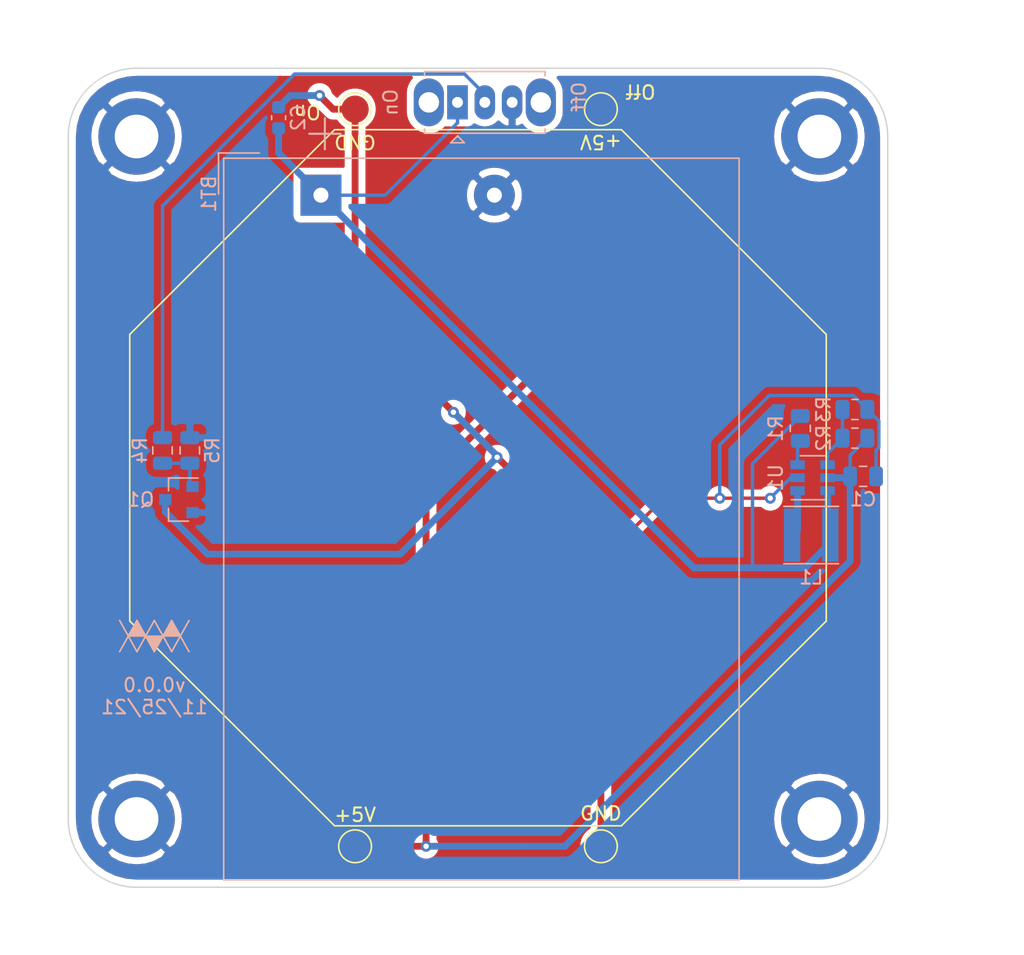
<source format=kicad_pcb>
(kicad_pcb (version 20171130) (host pcbnew "(5.1.10)-1")

  (general
    (thickness 1.6)
    (drawings 29)
    (tracks 74)
    (zones 0)
    (modules 21)
    (nets 10)
  )

  (page A4)
  (layers
    (0 F.Cu signal)
    (31 B.Cu signal)
    (32 B.Adhes user)
    (33 F.Adhes user)
    (34 B.Paste user)
    (35 F.Paste user)
    (36 B.SilkS user)
    (37 F.SilkS user)
    (38 B.Mask user)
    (39 F.Mask user)
    (40 Dwgs.User user)
    (41 Cmts.User user)
    (42 Eco1.User user)
    (43 Eco2.User user)
    (44 Edge.Cuts user)
    (45 Margin user)
    (46 B.CrtYd user)
    (47 F.CrtYd user)
    (48 B.Fab user)
    (49 F.Fab user)
  )

  (setup
    (last_trace_width 0.25)
    (user_trace_width 0.2)
    (user_trace_width 0.5)
    (user_trace_width 1)
    (trace_clearance 0.2)
    (zone_clearance 0.508)
    (zone_45_only no)
    (trace_min 0.2)
    (via_size 0.8)
    (via_drill 0.4)
    (via_min_size 0.4)
    (via_min_drill 0.3)
    (user_via 0.51 0.3)
    (user_via 1 0.5)
    (uvia_size 0.3)
    (uvia_drill 0.1)
    (uvias_allowed no)
    (uvia_min_size 0.2)
    (uvia_min_drill 0.1)
    (edge_width 0.05)
    (segment_width 0.2)
    (pcb_text_width 0.3)
    (pcb_text_size 1.5 1.5)
    (mod_edge_width 0.12)
    (mod_text_size 1 1)
    (mod_text_width 0.15)
    (pad_size 1.524 1.524)
    (pad_drill 0.762)
    (pad_to_mask_clearance 0.05)
    (aux_axis_origin 0 0)
    (visible_elements 7FFFFF7F)
    (pcbplotparams
      (layerselection 0x010fc_ffffffff)
      (usegerberextensions false)
      (usegerberattributes true)
      (usegerberadvancedattributes true)
      (creategerberjobfile true)
      (excludeedgelayer true)
      (linewidth 0.100000)
      (plotframeref false)
      (viasonmask false)
      (mode 1)
      (useauxorigin false)
      (hpglpennumber 1)
      (hpglpenspeed 20)
      (hpglpendiameter 15.000000)
      (psnegative false)
      (psa4output false)
      (plotreference true)
      (plotvalue true)
      (plotinvisibletext false)
      (padsonsilk false)
      (subtractmaskfromsilk false)
      (outputformat 1)
      (mirror false)
      (drillshape 0)
      (scaleselection 1)
      (outputdirectory "gbr/"))
  )

  (net 0 "")
  (net 1 /GND)
  (net 2 /+5V)
  (net 3 /SGND)
  (net 4 "Net-(Q1-Pad1)")
  (net 5 /SW)
  (net 6 /+BAT)
  (net 7 "Net-(L1-Pad2)")
  (net 8 "Net-(R1-Pad1)")
  (net 9 /VFB)

  (net_class Default "This is the default net class."
    (clearance 0.2)
    (trace_width 0.25)
    (via_dia 0.8)
    (via_drill 0.4)
    (uvia_dia 0.3)
    (uvia_drill 0.1)
    (add_net /+5V)
    (add_net /+BAT)
    (add_net /GND)
    (add_net /SGND)
    (add_net /SW)
    (add_net /VFB)
    (add_net "Net-(L1-Pad2)")
    (add_net "Net-(Q1-Pad1)")
    (add_net "Net-(R1-Pad1)")
  )

  (module Package_TO_SOT_SMD:SOT-23-6 (layer B.Cu) (tedit 5A02FF57) (tstamp 61A09C5C)
    (at 99.5 60)
    (descr "6-pin SOT-23 package")
    (tags SOT-23-6)
    (path /61A0BEE6)
    (attr smd)
    (fp_text reference U1 (at -2.7 0 90) (layer B.SilkS)
      (effects (font (size 1 1) (thickness 0.15)) (justify mirror))
    )
    (fp_text value MCP1640BCH (at 0 -2.9) (layer B.Fab)
      (effects (font (size 1 1) (thickness 0.15)) (justify mirror))
    )
    (fp_text user %R (at 0 0 -90) (layer B.Fab)
      (effects (font (size 0.5 0.5) (thickness 0.075)) (justify mirror))
    )
    (fp_line (start -0.9 -1.61) (end 0.9 -1.61) (layer B.SilkS) (width 0.12))
    (fp_line (start 0.9 1.61) (end -1.55 1.61) (layer B.SilkS) (width 0.12))
    (fp_line (start 1.9 1.8) (end -1.9 1.8) (layer B.CrtYd) (width 0.05))
    (fp_line (start 1.9 -1.8) (end 1.9 1.8) (layer B.CrtYd) (width 0.05))
    (fp_line (start -1.9 -1.8) (end 1.9 -1.8) (layer B.CrtYd) (width 0.05))
    (fp_line (start -1.9 1.8) (end -1.9 -1.8) (layer B.CrtYd) (width 0.05))
    (fp_line (start -0.9 0.9) (end -0.25 1.55) (layer B.Fab) (width 0.1))
    (fp_line (start 0.9 1.55) (end -0.25 1.55) (layer B.Fab) (width 0.1))
    (fp_line (start -0.9 0.9) (end -0.9 -1.55) (layer B.Fab) (width 0.1))
    (fp_line (start 0.9 -1.55) (end -0.9 -1.55) (layer B.Fab) (width 0.1))
    (fp_line (start 0.9 1.55) (end 0.9 -1.55) (layer B.Fab) (width 0.1))
    (pad 5 smd rect (at 1.1 0) (size 1.06 0.65) (layers B.Cu B.Paste B.Mask)
      (net 2 /+5V))
    (pad 6 smd rect (at 1.1 0.95) (size 1.06 0.65) (layers B.Cu B.Paste B.Mask)
      (net 6 /+BAT))
    (pad 4 smd rect (at 1.1 -0.95) (size 1.06 0.65) (layers B.Cu B.Paste B.Mask)
      (net 9 /VFB))
    (pad 3 smd rect (at -1.1 -0.95) (size 1.06 0.65) (layers B.Cu B.Paste B.Mask)
      (net 8 "Net-(R1-Pad1)"))
    (pad 2 smd rect (at -1.1 0) (size 1.06 0.65) (layers B.Cu B.Paste B.Mask)
      (net 3 /SGND))
    (pad 1 smd rect (at -1.1 0.95) (size 1.06 0.65) (layers B.Cu B.Paste B.Mask)
      (net 7 "Net-(L1-Pad2)"))
    (model ${KISYS3DMOD}/Package_TO_SOT_SMD.3dshapes/SOT-23-6.wrl
      (at (xyz 0 0 0))
      (scale (xyz 1 1 1))
      (rotate (xyz 0 0 0))
    )
  )

  (module Resistor_SMD:R_0805_2012Metric (layer B.Cu) (tedit 5F68FEEE) (tstamp 61A09BDE)
    (at 102.6 55)
    (descr "Resistor SMD 0805 (2012 Metric), square (rectangular) end terminal, IPC_7351 nominal, (Body size source: IPC-SM-782 page 72, https://www.pcb-3d.com/wordpress/wp-content/uploads/ipc-sm-782a_amendment_1_and_2.pdf), generated with kicad-footprint-generator")
    (tags resistor)
    (path /61A0F4F2)
    (attr smd)
    (fp_text reference R3 (at -2.3 0 90) (layer B.SilkS)
      (effects (font (size 1 1) (thickness 0.15)) (justify mirror))
    )
    (fp_text value 309kR (at 0 -1.65) (layer B.Fab)
      (effects (font (size 1 1) (thickness 0.15)) (justify mirror))
    )
    (fp_text user %R (at 0 0) (layer B.Fab)
      (effects (font (size 0.5 0.5) (thickness 0.08)) (justify mirror))
    )
    (fp_line (start -1 -0.625) (end -1 0.625) (layer B.Fab) (width 0.1))
    (fp_line (start -1 0.625) (end 1 0.625) (layer B.Fab) (width 0.1))
    (fp_line (start 1 0.625) (end 1 -0.625) (layer B.Fab) (width 0.1))
    (fp_line (start 1 -0.625) (end -1 -0.625) (layer B.Fab) (width 0.1))
    (fp_line (start -0.227064 0.735) (end 0.227064 0.735) (layer B.SilkS) (width 0.12))
    (fp_line (start -0.227064 -0.735) (end 0.227064 -0.735) (layer B.SilkS) (width 0.12))
    (fp_line (start -1.68 -0.95) (end -1.68 0.95) (layer B.CrtYd) (width 0.05))
    (fp_line (start -1.68 0.95) (end 1.68 0.95) (layer B.CrtYd) (width 0.05))
    (fp_line (start 1.68 0.95) (end 1.68 -0.95) (layer B.CrtYd) (width 0.05))
    (fp_line (start 1.68 -0.95) (end -1.68 -0.95) (layer B.CrtYd) (width 0.05))
    (pad 2 smd roundrect (at 0.9125 0) (size 1.025 1.4) (layers B.Cu B.Paste B.Mask) (roundrect_rratio 0.2439014634146341)
      (net 3 /SGND))
    (pad 1 smd roundrect (at -0.9125 0) (size 1.025 1.4) (layers B.Cu B.Paste B.Mask) (roundrect_rratio 0.2439014634146341)
      (net 9 /VFB))
    (model ${KISYS3DMOD}/Resistor_SMD.3dshapes/R_0805_2012Metric.wrl
      (at (xyz 0 0 0))
      (scale (xyz 1 1 1))
      (rotate (xyz 0 0 0))
    )
  )

  (module Resistor_SMD:R_0805_2012Metric (layer B.Cu) (tedit 5F68FEEE) (tstamp 61A09BCD)
    (at 102.6 57.1 180)
    (descr "Resistor SMD 0805 (2012 Metric), square (rectangular) end terminal, IPC_7351 nominal, (Body size source: IPC-SM-782 page 72, https://www.pcb-3d.com/wordpress/wp-content/uploads/ipc-sm-782a_amendment_1_and_2.pdf), generated with kicad-footprint-generator")
    (tags resistor)
    (path /61A0ECB7)
    (attr smd)
    (fp_text reference R2 (at 2.3 0 90) (layer B.SilkS)
      (effects (font (size 1 1) (thickness 0.15)) (justify mirror))
    )
    (fp_text value 976kR (at 0 -1.65) (layer B.Fab)
      (effects (font (size 1 1) (thickness 0.15)) (justify mirror))
    )
    (fp_text user %R (at 0 0) (layer B.Fab)
      (effects (font (size 0.5 0.5) (thickness 0.08)) (justify mirror))
    )
    (fp_line (start -1 -0.625) (end -1 0.625) (layer B.Fab) (width 0.1))
    (fp_line (start -1 0.625) (end 1 0.625) (layer B.Fab) (width 0.1))
    (fp_line (start 1 0.625) (end 1 -0.625) (layer B.Fab) (width 0.1))
    (fp_line (start 1 -0.625) (end -1 -0.625) (layer B.Fab) (width 0.1))
    (fp_line (start -0.227064 0.735) (end 0.227064 0.735) (layer B.SilkS) (width 0.12))
    (fp_line (start -0.227064 -0.735) (end 0.227064 -0.735) (layer B.SilkS) (width 0.12))
    (fp_line (start -1.68 -0.95) (end -1.68 0.95) (layer B.CrtYd) (width 0.05))
    (fp_line (start -1.68 0.95) (end 1.68 0.95) (layer B.CrtYd) (width 0.05))
    (fp_line (start 1.68 0.95) (end 1.68 -0.95) (layer B.CrtYd) (width 0.05))
    (fp_line (start 1.68 -0.95) (end -1.68 -0.95) (layer B.CrtYd) (width 0.05))
    (pad 2 smd roundrect (at 0.9125 0 180) (size 1.025 1.4) (layers B.Cu B.Paste B.Mask) (roundrect_rratio 0.2439014634146341)
      (net 9 /VFB))
    (pad 1 smd roundrect (at -0.9125 0 180) (size 1.025 1.4) (layers B.Cu B.Paste B.Mask) (roundrect_rratio 0.2439014634146341)
      (net 2 /+5V))
    (model ${KISYS3DMOD}/Resistor_SMD.3dshapes/R_0805_2012Metric.wrl
      (at (xyz 0 0 0))
      (scale (xyz 1 1 1))
      (rotate (xyz 0 0 0))
    )
  )

  (module Resistor_SMD:R_0805_2012Metric (layer B.Cu) (tedit 5F68FEEE) (tstamp 61A09BBC)
    (at 98.6 56.3875 90)
    (descr "Resistor SMD 0805 (2012 Metric), square (rectangular) end terminal, IPC_7351 nominal, (Body size source: IPC-SM-782 page 72, https://www.pcb-3d.com/wordpress/wp-content/uploads/ipc-sm-782a_amendment_1_and_2.pdf), generated with kicad-footprint-generator")
    (tags resistor)
    (path /61A0E34E)
    (attr smd)
    (fp_text reference R1 (at -0.0125 -1.8 90) (layer B.SilkS)
      (effects (font (size 1 1) (thickness 0.15)) (justify mirror))
    )
    (fp_text value 10kR (at 0 -1.65 90) (layer B.Fab)
      (effects (font (size 1 1) (thickness 0.15)) (justify mirror))
    )
    (fp_text user %R (at 0 0 90) (layer B.Fab)
      (effects (font (size 0.5 0.5) (thickness 0.08)) (justify mirror))
    )
    (fp_line (start -1 -0.625) (end -1 0.625) (layer B.Fab) (width 0.1))
    (fp_line (start -1 0.625) (end 1 0.625) (layer B.Fab) (width 0.1))
    (fp_line (start 1 0.625) (end 1 -0.625) (layer B.Fab) (width 0.1))
    (fp_line (start 1 -0.625) (end -1 -0.625) (layer B.Fab) (width 0.1))
    (fp_line (start -0.227064 0.735) (end 0.227064 0.735) (layer B.SilkS) (width 0.12))
    (fp_line (start -0.227064 -0.735) (end 0.227064 -0.735) (layer B.SilkS) (width 0.12))
    (fp_line (start -1.68 -0.95) (end -1.68 0.95) (layer B.CrtYd) (width 0.05))
    (fp_line (start -1.68 0.95) (end 1.68 0.95) (layer B.CrtYd) (width 0.05))
    (fp_line (start 1.68 0.95) (end 1.68 -0.95) (layer B.CrtYd) (width 0.05))
    (fp_line (start 1.68 -0.95) (end -1.68 -0.95) (layer B.CrtYd) (width 0.05))
    (pad 2 smd roundrect (at 0.9125 0 90) (size 1.025 1.4) (layers B.Cu B.Paste B.Mask) (roundrect_rratio 0.2439014634146341)
      (net 6 /+BAT))
    (pad 1 smd roundrect (at -0.9125 0 90) (size 1.025 1.4) (layers B.Cu B.Paste B.Mask) (roundrect_rratio 0.2439014634146341)
      (net 8 "Net-(R1-Pad1)"))
    (model ${KISYS3DMOD}/Resistor_SMD.3dshapes/R_0805_2012Metric.wrl
      (at (xyz 0 0 0))
      (scale (xyz 1 1 1))
      (rotate (xyz 0 0 0))
    )
  )

  (module Inductor_SMD:L_Taiyo-Yuden_NR-40xx (layer B.Cu) (tedit 5990349D) (tstamp 61A09B83)
    (at 99.4 64.2 180)
    (descr "Inductor, Taiyo Yuden, NR series, Taiyo-Yuden_NR-40xx, 4.0mmx4.0mm")
    (tags "inductor taiyo-yuden nr smd")
    (path /61A1041C)
    (attr smd)
    (fp_text reference L1 (at 0 -3.1) (layer B.SilkS)
      (effects (font (size 1 1) (thickness 0.15)) (justify mirror))
    )
    (fp_text value "10uH 1.4A" (at 0 -3.5) (layer B.Fab)
      (effects (font (size 1 1) (thickness 0.15)) (justify mirror))
    )
    (fp_text user %R (at 0 0) (layer B.Fab)
      (effects (font (size 1 1) (thickness 0.15)) (justify mirror))
    )
    (fp_line (start -2 0) (end -2 1.25) (layer B.Fab) (width 0.1))
    (fp_line (start -2 1.25) (end -1.25 2) (layer B.Fab) (width 0.1))
    (fp_line (start -1.25 2) (end 0 2) (layer B.Fab) (width 0.1))
    (fp_line (start 2 0) (end 2 1.25) (layer B.Fab) (width 0.1))
    (fp_line (start 2 1.25) (end 1.25 2) (layer B.Fab) (width 0.1))
    (fp_line (start 1.25 2) (end 0 2) (layer B.Fab) (width 0.1))
    (fp_line (start 2 0) (end 2 -1.25) (layer B.Fab) (width 0.1))
    (fp_line (start 2 -1.25) (end 1.25 -2) (layer B.Fab) (width 0.1))
    (fp_line (start 1.25 -2) (end 0 -2) (layer B.Fab) (width 0.1))
    (fp_line (start -2 0) (end -2 -1.25) (layer B.Fab) (width 0.1))
    (fp_line (start -2 -1.25) (end -1.25 -2) (layer B.Fab) (width 0.1))
    (fp_line (start -1.25 -2) (end 0 -2) (layer B.Fab) (width 0.1))
    (fp_line (start -2 2.1) (end 2 2.1) (layer B.SilkS) (width 0.12))
    (fp_line (start -2 -2.1) (end 2 -2.1) (layer B.SilkS) (width 0.12))
    (fp_line (start -2.25 2.25) (end -2.25 -2.25) (layer B.CrtYd) (width 0.05))
    (fp_line (start -2.25 -2.25) (end 2.25 -2.25) (layer B.CrtYd) (width 0.05))
    (fp_line (start 2.25 -2.25) (end 2.25 2.25) (layer B.CrtYd) (width 0.05))
    (fp_line (start 2.25 2.25) (end -2.25 2.25) (layer B.CrtYd) (width 0.05))
    (pad 2 smd rect (at 1.4 0 180) (size 1.2 3.9) (layers B.Cu B.Paste B.Mask)
      (net 7 "Net-(L1-Pad2)"))
    (pad 1 smd rect (at -1.4 0 180) (size 1.2 3.9) (layers B.Cu B.Paste B.Mask)
      (net 6 /+BAT))
    (model ${KISYS3DMOD}/Inductor_SMD.3dshapes/L_Taiyo-Yuden_NR-40xx.wrl
      (at (xyz 0 0 0))
      (scale (xyz 1 1 1))
      (rotate (xyz 0 0 0))
    )
  )

  (module Capacitor_SMD:C_0603_1608Metric (layer B.Cu) (tedit 5F68FEEE) (tstamp 61A09B16)
    (at 60.4 33.625 90)
    (descr "Capacitor SMD 0603 (1608 Metric), square (rectangular) end terminal, IPC_7351 nominal, (Body size source: IPC-SM-782 page 76, https://www.pcb-3d.com/wordpress/wp-content/uploads/ipc-sm-782a_amendment_1_and_2.pdf), generated with kicad-footprint-generator")
    (tags capacitor)
    (path /61A16A2B)
    (attr smd)
    (fp_text reference C2 (at 0 1.43 90) (layer B.SilkS)
      (effects (font (size 1 1) (thickness 0.15)) (justify mirror))
    )
    (fp_text value 10uF (at 0 -1.43 90) (layer B.Fab)
      (effects (font (size 1 1) (thickness 0.15)) (justify mirror))
    )
    (fp_text user %R (at 0 0 90) (layer B.Fab)
      (effects (font (size 0.4 0.4) (thickness 0.06)) (justify mirror))
    )
    (fp_line (start -0.8 -0.4) (end -0.8 0.4) (layer B.Fab) (width 0.1))
    (fp_line (start -0.8 0.4) (end 0.8 0.4) (layer B.Fab) (width 0.1))
    (fp_line (start 0.8 0.4) (end 0.8 -0.4) (layer B.Fab) (width 0.1))
    (fp_line (start 0.8 -0.4) (end -0.8 -0.4) (layer B.Fab) (width 0.1))
    (fp_line (start -0.14058 0.51) (end 0.14058 0.51) (layer B.SilkS) (width 0.12))
    (fp_line (start -0.14058 -0.51) (end 0.14058 -0.51) (layer B.SilkS) (width 0.12))
    (fp_line (start -1.48 -0.73) (end -1.48 0.73) (layer B.CrtYd) (width 0.05))
    (fp_line (start -1.48 0.73) (end 1.48 0.73) (layer B.CrtYd) (width 0.05))
    (fp_line (start 1.48 0.73) (end 1.48 -0.73) (layer B.CrtYd) (width 0.05))
    (fp_line (start 1.48 -0.73) (end -1.48 -0.73) (layer B.CrtYd) (width 0.05))
    (pad 2 smd roundrect (at 0.775 0 90) (size 0.9 0.95) (layers B.Cu B.Paste B.Mask) (roundrect_rratio 0.25)
      (net 3 /SGND))
    (pad 1 smd roundrect (at -0.775 0 90) (size 0.9 0.95) (layers B.Cu B.Paste B.Mask) (roundrect_rratio 0.25)
      (net 6 /+BAT))
    (model ${KISYS3DMOD}/Capacitor_SMD.3dshapes/C_0603_1608Metric.wrl
      (at (xyz 0 0 0))
      (scale (xyz 1 1 1))
      (rotate (xyz 0 0 0))
    )
  )

  (module Capacitor_SMD:C_0805_2012Metric (layer B.Cu) (tedit 5F68FEEE) (tstamp 61A09B05)
    (at 103.2 59.9)
    (descr "Capacitor SMD 0805 (2012 Metric), square (rectangular) end terminal, IPC_7351 nominal, (Body size source: IPC-SM-782 page 76, https://www.pcb-3d.com/wordpress/wp-content/uploads/ipc-sm-782a_amendment_1_and_2.pdf, https://docs.google.com/spreadsheets/d/1BsfQQcO9C6DZCsRaXUlFlo91Tg2WpOkGARC1WS5S8t0/edit?usp=sharing), generated with kicad-footprint-generator")
    (tags capacitor)
    (path /61A0FC4D)
    (attr smd)
    (fp_text reference C1 (at 0 1.68) (layer B.SilkS)
      (effects (font (size 1 1) (thickness 0.15)) (justify mirror))
    )
    (fp_text value 10uF (at 0 -1.68) (layer B.Fab)
      (effects (font (size 1 1) (thickness 0.15)) (justify mirror))
    )
    (fp_text user %R (at 0 0) (layer B.Fab)
      (effects (font (size 0.5 0.5) (thickness 0.08)) (justify mirror))
    )
    (fp_line (start -1 -0.625) (end -1 0.625) (layer B.Fab) (width 0.1))
    (fp_line (start -1 0.625) (end 1 0.625) (layer B.Fab) (width 0.1))
    (fp_line (start 1 0.625) (end 1 -0.625) (layer B.Fab) (width 0.1))
    (fp_line (start 1 -0.625) (end -1 -0.625) (layer B.Fab) (width 0.1))
    (fp_line (start -0.261252 0.735) (end 0.261252 0.735) (layer B.SilkS) (width 0.12))
    (fp_line (start -0.261252 -0.735) (end 0.261252 -0.735) (layer B.SilkS) (width 0.12))
    (fp_line (start -1.7 -0.98) (end -1.7 0.98) (layer B.CrtYd) (width 0.05))
    (fp_line (start -1.7 0.98) (end 1.7 0.98) (layer B.CrtYd) (width 0.05))
    (fp_line (start 1.7 0.98) (end 1.7 -0.98) (layer B.CrtYd) (width 0.05))
    (fp_line (start 1.7 -0.98) (end -1.7 -0.98) (layer B.CrtYd) (width 0.05))
    (pad 2 smd roundrect (at 0.95 0) (size 1 1.45) (layers B.Cu B.Paste B.Mask) (roundrect_rratio 0.25)
      (net 3 /SGND))
    (pad 1 smd roundrect (at -0.95 0) (size 1 1.45) (layers B.Cu B.Paste B.Mask) (roundrect_rratio 0.25)
      (net 2 /+5V))
    (model ${KISYS3DMOD}/Capacitor_SMD.3dshapes/C_0805_2012Metric.wrl
      (at (xyz 0 0 0))
      (scale (xyz 1 1 1))
      (rotate (xyz 0 0 0))
    )
  )

  (module WM_lib:BatteryHolder_Keystone_2479_3xAAA_noscrew (layer B.Cu) (tedit 5FDCC364) (tstamp 61A09AF4)
    (at 63.5 39.3 270)
    (descr "Keystone Battery Holder, 2479, Battery Type 3xAAA (Script generated with StandardBox.py) (Keystone Battery Holder, 2479, Battery Type 3xAAA)")
    (tags "Keystone Battery Holder 2479 Battery Type 3xAAA")
    (path /61A0D06A)
    (fp_text reference BT1 (at -0.09 8.195 90) (layer B.SilkS)
      (effects (font (size 1 1) (thickness 0.15)) (justify mirror))
    )
    (fp_text value Battery (at 23.725 -31.495 90) (layer B.Fab)
      (effects (font (size 1 1) (thickness 0.15)) (justify mirror))
    )
    (fp_text user + (at -4.5 -0.05 90) (layer B.SilkS)
      (effects (font (size 3 3) (thickness 0.15)) (justify mirror))
    )
    (fp_text user %R (at 23.725 -11.75 90) (layer B.Fab)
      (effects (font (size 1 1) (thickness 0.15)) (justify mirror))
    )
    (fp_line (start -2.84 7.25) (end -2.84 -30.75) (layer B.CrtYd) (width 0.05))
    (fp_line (start -2.84 -30.75) (end 50.29 -30.75) (layer B.CrtYd) (width 0.05))
    (fp_line (start 50.29 7.25) (end 50.29 -30.75) (layer B.CrtYd) (width 0.05))
    (fp_line (start -2.84 7.25) (end 50.29 7.25) (layer B.CrtYd) (width 0.05))
    (fp_line (start -2.71 7.12) (end -2.71 -30.62) (layer B.SilkS) (width 0.12))
    (fp_line (start -2.71 -30.62) (end 50.16 -30.62) (layer B.SilkS) (width 0.12))
    (fp_line (start 50.16 7.12) (end 50.16 -30.62) (layer B.SilkS) (width 0.12))
    (fp_line (start -2.71 7.12) (end 50.16 7.12) (layer B.SilkS) (width 0.12))
    (fp_line (start -3.09 7.5) (end -0.09 7.5) (layer B.SilkS) (width 0.12))
    (fp_line (start -3.09 4.5) (end -3.09 7.5) (layer B.SilkS) (width 0.12))
    (fp_line (start -2.59 6) (end -1.59 7) (layer B.Fab) (width 0.1))
    (fp_line (start -2.59 -30.5) (end -2.59 6) (layer B.Fab) (width 0.1))
    (fp_line (start 50.04 -30.5) (end -2.59 -30.5) (layer B.Fab) (width 0.1))
    (fp_line (start 50.04 7) (end 50.04 -30.5) (layer B.Fab) (width 0.1))
    (fp_line (start -1.59 7) (end 50.04 7) (layer B.Fab) (width 0.1))
    (pad 2 thru_hole circle (at 0 -12.7 270) (size 3 3) (drill 1.1) (layers *.Cu *.Mask)
      (net 1 /GND))
    (pad 1 thru_hole rect (at 0 0 270) (size 3 3) (drill 1.1) (layers *.Cu *.Mask)
      (net 6 /+BAT))
    (model ${KISYS3DMOD}/Battery.3dshapes/BatteryHolder_Keystone_2479_3xAAA.wrl
      (at (xyz 0 0 0))
      (scale (xyz 1 1 1))
      (rotate (xyz 0 0 0))
    )
  )

  (module WM_lib:Logo_WM (layer B.Cu) (tedit 5EA02B73) (tstamp 614EF207)
    (at 51.3 71.6)
    (fp_text reference REF** (at 0 2.286) (layer B.SilkS) hide
      (effects (font (size 1 1) (thickness 0.15)) (justify mirror))
    )
    (fp_text value Logo_WM (at 0 -2.032) (layer B.Fab)
      (effects (font (size 1 1) (thickness 0.15)) (justify mirror))
    )
    (fp_poly (pts (xy 0.635 0) (xy 1.905 0) (xy 1.27 -1.143)) (layer B.SilkS) (width 0.1))
    (fp_poly (pts (xy -0.635 0) (xy 0.635 0) (xy 0 1.143)) (layer B.SilkS) (width 0.1))
    (fp_poly (pts (xy -1.905 0) (xy -0.635 0) (xy -1.27 -1.143)) (layer B.SilkS) (width 0.1))
    (fp_line (start 1.905 0) (end 2.54 -1.143) (layer B.SilkS) (width 0.12))
    (fp_line (start 2.54 1.143) (end 1.905 0) (layer B.SilkS) (width 0.12))
    (fp_line (start -2.54 -1.143) (end -1.905 0) (layer B.SilkS) (width 0.12))
    (fp_line (start -1.905 0) (end -2.54 1.143) (layer B.SilkS) (width 0.12))
    (fp_line (start -0.635 0) (end -1.27 1.143) (layer B.SilkS) (width 0.12))
    (fp_line (start -1.905 0) (end -1.27 -1.143) (layer B.SilkS) (width 0.12))
    (fp_line (start -1.27 1.143) (end -1.905 0) (layer B.SilkS) (width 0.12))
    (fp_line (start -1.27 -1.143) (end -0.635 0) (layer B.SilkS) (width 0.12))
    (fp_line (start 1.27 1.143) (end 0.635 0) (layer B.SilkS) (width 0.12))
    (fp_line (start 0.635 0) (end 1.27 -1.143) (layer B.SilkS) (width 0.12))
    (fp_line (start 1.27 -1.143) (end 1.905 0) (layer B.SilkS) (width 0.12))
    (fp_line (start 1.905 0) (end 1.27 1.143) (layer B.SilkS) (width 0.12))
    (fp_line (start 0.635 0) (end 0 1.143) (layer B.SilkS) (width 0.12))
    (fp_line (start 0 -1.143) (end 0.635 0) (layer B.SilkS) (width 0.12))
    (fp_line (start -0.635 0) (end 0 -1.143) (layer B.SilkS) (width 0.12))
    (fp_line (start 0 1.143) (end -0.635 0) (layer B.SilkS) (width 0.12))
  )

  (module MountingHole:MountingHole_3.2mm_M3_DIN965_Pad (layer F.Cu) (tedit 56D1B4CB) (tstamp 614BFA53)
    (at 100 85)
    (descr "Mounting Hole 3.2mm, M3, DIN965")
    (tags "mounting hole 3.2mm m3 din965")
    (path /614DE35F)
    (attr virtual)
    (fp_text reference H4 (at 0 -3.8) (layer F.SilkS) hide
      (effects (font (size 1 1) (thickness 0.15)))
    )
    (fp_text value G (at 0 3.8) (layer F.Fab)
      (effects (font (size 1 1) (thickness 0.15)))
    )
    (fp_circle (center 0 0) (end 3.05 0) (layer F.CrtYd) (width 0.05))
    (fp_circle (center 0 0) (end 2.8 0) (layer Cmts.User) (width 0.15))
    (fp_text user %R (at 0.3 0) (layer F.Fab)
      (effects (font (size 1 1) (thickness 0.15)))
    )
    (pad 1 thru_hole circle (at 0 0) (size 5.6 5.6) (drill 3.2) (layers *.Cu *.Mask)
      (net 1 /GND))
  )

  (module MountingHole:MountingHole_3.2mm_M3_DIN965_Pad (layer F.Cu) (tedit 56D1B4CB) (tstamp 614BFA4B)
    (at 50 35)
    (descr "Mounting Hole 3.2mm, M3, DIN965")
    (tags "mounting hole 3.2mm m3 din965")
    (path /614DDB8D)
    (attr virtual)
    (fp_text reference H3 (at 0 -3.8) (layer F.SilkS) hide
      (effects (font (size 1 1) (thickness 0.15)))
    )
    (fp_text value G (at 0 3.8) (layer F.Fab)
      (effects (font (size 1 1) (thickness 0.15)))
    )
    (fp_circle (center 0 0) (end 3.05 0) (layer F.CrtYd) (width 0.05))
    (fp_circle (center 0 0) (end 2.8 0) (layer Cmts.User) (width 0.15))
    (fp_text user %R (at 0.3 0) (layer F.Fab)
      (effects (font (size 1 1) (thickness 0.15)))
    )
    (pad 1 thru_hole circle (at 0 0) (size 5.6 5.6) (drill 3.2) (layers *.Cu *.Mask)
      (net 1 /GND))
  )

  (module MountingHole:MountingHole_3.2mm_M3_DIN965_Pad (layer F.Cu) (tedit 56D1B4CB) (tstamp 614BFA43)
    (at 50 85)
    (descr "Mounting Hole 3.2mm, M3, DIN965")
    (tags "mounting hole 3.2mm m3 din965")
    (path /614DD35E)
    (attr virtual)
    (fp_text reference H2 (at 0 -3.8) (layer F.SilkS) hide
      (effects (font (size 1 1) (thickness 0.15)))
    )
    (fp_text value G (at 0 3.8) (layer F.Fab)
      (effects (font (size 1 1) (thickness 0.15)))
    )
    (fp_circle (center 0 0) (end 3.05 0) (layer F.CrtYd) (width 0.05))
    (fp_circle (center 0 0) (end 2.8 0) (layer Cmts.User) (width 0.15))
    (fp_text user %R (at 0.3 0) (layer F.Fab)
      (effects (font (size 1 1) (thickness 0.15)))
    )
    (pad 1 thru_hole circle (at 0 0) (size 5.6 5.6) (drill 3.2) (layers *.Cu *.Mask)
      (net 1 /GND))
  )

  (module MountingHole:MountingHole_3.2mm_M3_DIN965_Pad (layer F.Cu) (tedit 56D1B4CB) (tstamp 614BFA3B)
    (at 100 35)
    (descr "Mounting Hole 3.2mm, M3, DIN965")
    (tags "mounting hole 3.2mm m3 din965")
    (path /614D8B16)
    (attr virtual)
    (fp_text reference H1 (at 0 -3.8) (layer F.SilkS) hide
      (effects (font (size 1 1) (thickness 0.15)))
    )
    (fp_text value G (at 0 3.8) (layer F.Fab)
      (effects (font (size 1 1) (thickness 0.15)))
    )
    (fp_circle (center 0 0) (end 3.05 0) (layer F.CrtYd) (width 0.05))
    (fp_circle (center 0 0) (end 2.8 0) (layer Cmts.User) (width 0.15))
    (fp_text user %R (at 0.3 0) (layer F.Fab)
      (effects (font (size 1 1) (thickness 0.15)))
    )
    (pad 1 thru_hole circle (at 0 0) (size 5.6 5.6) (drill 3.2) (layers *.Cu *.Mask)
      (net 1 /GND))
  )

  (module Button_Switch_THT:SW_Slide_1P2T_CK_OS102011MS2Q (layer B.Cu) (tedit 5C5044D5) (tstamp 614BF7A5)
    (at 73.5 32.5)
    (descr "CuK miniature slide switch, OS series, SPDT, https://www.ckswitches.com/media/1428/os.pdf")
    (tags "switch SPDT")
    (path /614BC4ED)
    (fp_text reference SW1 (at 3.99 2.99) (layer B.SilkS) hide
      (effects (font (size 1 1) (thickness 0.15)) (justify mirror))
    )
    (fp_text value SW_SPDT (at 2 -3) (layer B.Fab)
      (effects (font (size 1 1) (thickness 0.15)) (justify mirror))
    )
    (fp_line (start 0.5 2.15) (end 6.3 2.15) (layer B.Fab) (width 0.1))
    (fp_line (start 6.3 2.15) (end 6.3 -2.15) (layer B.Fab) (width 0.1))
    (fp_line (start 6.3 -2.15) (end -2.3 -2.15) (layer B.Fab) (width 0.1))
    (fp_line (start -2.3 -2.15) (end -2.3 2.15) (layer B.Fab) (width 0.1))
    (fp_line (start 0 1) (end 4 1) (layer B.Fab) (width 0.1))
    (fp_line (start 4 1) (end 4 -1) (layer B.Fab) (width 0.1))
    (fp_line (start 0 -1) (end 4 -1) (layer B.Fab) (width 0.1))
    (fp_line (start 0 1) (end 0 -1) (layer B.Fab) (width 0.1))
    (fp_line (start 0.66 1) (end 0.66 -1) (layer B.Fab) (width 0.1))
    (fp_line (start 1.34 1) (end 1.34 -1) (layer B.Fab) (width 0.1))
    (fp_line (start 2 1) (end 2 -1) (layer B.Fab) (width 0.1))
    (fp_line (start -2.3 2.15) (end -0.5 2.15) (layer B.Fab) (width 0.1))
    (fp_line (start -2.41 2.26) (end 6.41 2.26) (layer B.SilkS) (width 0.12))
    (fp_line (start 6.41 2.26) (end 6.41 1.95) (layer B.SilkS) (width 0.12))
    (fp_line (start 6.41 -2.26) (end -2.41 -2.26) (layer B.SilkS) (width 0.12))
    (fp_line (start -2.41 1.95) (end -2.41 2.26) (layer B.SilkS) (width 0.12))
    (fp_line (start -2.41 -2.26) (end -2.41 -1.95) (layer B.SilkS) (width 0.12))
    (fp_line (start 6.41 -2.26) (end 6.41 -1.95) (layer B.SilkS) (width 0.12))
    (fp_line (start -3.45 2.4) (end 7.45 2.4) (layer F.CrtYd) (width 0.05))
    (fp_line (start 7.45 2.4) (end 7.45 -2.4) (layer F.CrtYd) (width 0.05))
    (fp_line (start 7.45 -2.4) (end -3.45 -2.4) (layer F.CrtYd) (width 0.05))
    (fp_line (start -3.45 -2.4) (end -3.45 2.4) (layer F.CrtYd) (width 0.05))
    (fp_line (start -0.5 2.15) (end 0 1.65) (layer B.Fab) (width 0.1))
    (fp_line (start 0 1.65) (end 0.5 2.15) (layer B.Fab) (width 0.1))
    (fp_line (start -0.5 2.96) (end 0 2.46) (layer B.SilkS) (width 0.12))
    (fp_line (start 0 2.46) (end 0.5 2.96) (layer B.SilkS) (width 0.12))
    (fp_line (start 0.5 2.96) (end -0.5 2.96) (layer B.SilkS) (width 0.12))
    (fp_text user %R (at 3.99 2.99) (layer B.Fab)
      (effects (font (size 1 1) (thickness 0.15)) (justify mirror))
    )
    (pad "" thru_hole oval (at 6.1 0) (size 2.2 3.5) (drill 1.5) (layers *.Cu *.Mask))
    (pad "" thru_hole oval (at -2.1 0) (size 2.2 3.5) (drill 1.5) (layers *.Cu *.Mask))
    (pad 3 thru_hole oval (at 4 0) (size 1.5 2.5) (drill 0.8) (layers *.Cu *.Mask)
      (net 1 /GND))
    (pad 2 thru_hole oval (at 2 0) (size 1.5 2.5) (drill 0.8) (layers *.Cu *.Mask)
      (net 5 /SW))
    (pad 1 thru_hole rect (at 0 0) (size 1.5 2.5) (drill 0.8) (layers *.Cu *.Mask)
      (net 6 /+BAT))
    (model ${KISYS3DMOD}/Button_Switch_THT.3dshapes/SW_Slide_1P2T_CK_OS102011MS2Q.wrl
      (at (xyz 0 0 0))
      (scale (xyz 1 1 1))
      (rotate (xyz 0 0 0))
    )
  )

  (module Resistor_SMD:R_0805_2012Metric (layer B.Cu) (tedit 5B36C52B) (tstamp 614BF780)
    (at 53.9 58 90)
    (descr "Resistor SMD 0805 (2012 Metric), square (rectangular) end terminal, IPC_7351 nominal, (Body size source: https://docs.google.com/spreadsheets/d/1BsfQQcO9C6DZCsRaXUlFlo91Tg2WpOkGARC1WS5S8t0/edit?usp=sharing), generated with kicad-footprint-generator")
    (tags resistor)
    (path /614BD71F)
    (attr smd)
    (fp_text reference R5 (at 0 1.65 90) (layer B.SilkS)
      (effects (font (size 1 1) (thickness 0.15)) (justify mirror))
    )
    (fp_text value 10kR (at 0 -1.65 90) (layer B.Fab)
      (effects (font (size 1 1) (thickness 0.15)) (justify mirror))
    )
    (fp_line (start -1 -0.6) (end -1 0.6) (layer B.Fab) (width 0.1))
    (fp_line (start -1 0.6) (end 1 0.6) (layer B.Fab) (width 0.1))
    (fp_line (start 1 0.6) (end 1 -0.6) (layer B.Fab) (width 0.1))
    (fp_line (start 1 -0.6) (end -1 -0.6) (layer B.Fab) (width 0.1))
    (fp_line (start -0.258578 0.71) (end 0.258578 0.71) (layer B.SilkS) (width 0.12))
    (fp_line (start -0.258578 -0.71) (end 0.258578 -0.71) (layer B.SilkS) (width 0.12))
    (fp_line (start -1.68 -0.95) (end -1.68 0.95) (layer B.CrtYd) (width 0.05))
    (fp_line (start -1.68 0.95) (end 1.68 0.95) (layer B.CrtYd) (width 0.05))
    (fp_line (start 1.68 0.95) (end 1.68 -0.95) (layer B.CrtYd) (width 0.05))
    (fp_line (start 1.68 -0.95) (end -1.68 -0.95) (layer B.CrtYd) (width 0.05))
    (fp_text user %R (at 0 0 90) (layer B.Fab)
      (effects (font (size 0.5 0.5) (thickness 0.08)) (justify mirror))
    )
    (pad 2 smd roundrect (at 0.9375 0 90) (size 0.975 1.4) (layers B.Cu B.Paste B.Mask) (roundrect_rratio 0.25)
      (net 1 /GND))
    (pad 1 smd roundrect (at -0.9375 0 90) (size 0.975 1.4) (layers B.Cu B.Paste B.Mask) (roundrect_rratio 0.25)
      (net 4 "Net-(Q1-Pad1)"))
    (model ${KISYS3DMOD}/Resistor_SMD.3dshapes/R_0805_2012Metric.wrl
      (at (xyz 0 0 0))
      (scale (xyz 1 1 1))
      (rotate (xyz 0 0 0))
    )
  )

  (module Resistor_SMD:R_0805_2012Metric (layer B.Cu) (tedit 5B36C52B) (tstamp 614BF76F)
    (at 51.9 58 270)
    (descr "Resistor SMD 0805 (2012 Metric), square (rectangular) end terminal, IPC_7351 nominal, (Body size source: https://docs.google.com/spreadsheets/d/1BsfQQcO9C6DZCsRaXUlFlo91Tg2WpOkGARC1WS5S8t0/edit?usp=sharing), generated with kicad-footprint-generator")
    (tags resistor)
    (path /614BD2AB)
    (attr smd)
    (fp_text reference R4 (at 0 1.65 90) (layer B.SilkS)
      (effects (font (size 1 1) (thickness 0.15)) (justify mirror))
    )
    (fp_text value 1kR (at 0 -1.65 90) (layer B.Fab)
      (effects (font (size 1 1) (thickness 0.15)) (justify mirror))
    )
    (fp_line (start -1 -0.6) (end -1 0.6) (layer B.Fab) (width 0.1))
    (fp_line (start -1 0.6) (end 1 0.6) (layer B.Fab) (width 0.1))
    (fp_line (start 1 0.6) (end 1 -0.6) (layer B.Fab) (width 0.1))
    (fp_line (start 1 -0.6) (end -1 -0.6) (layer B.Fab) (width 0.1))
    (fp_line (start -0.258578 0.71) (end 0.258578 0.71) (layer B.SilkS) (width 0.12))
    (fp_line (start -0.258578 -0.71) (end 0.258578 -0.71) (layer B.SilkS) (width 0.12))
    (fp_line (start -1.68 -0.95) (end -1.68 0.95) (layer B.CrtYd) (width 0.05))
    (fp_line (start -1.68 0.95) (end 1.68 0.95) (layer B.CrtYd) (width 0.05))
    (fp_line (start 1.68 0.95) (end 1.68 -0.95) (layer B.CrtYd) (width 0.05))
    (fp_line (start 1.68 -0.95) (end -1.68 -0.95) (layer B.CrtYd) (width 0.05))
    (fp_text user %R (at 0 0 90) (layer B.Fab)
      (effects (font (size 0.5 0.5) (thickness 0.08)) (justify mirror))
    )
    (pad 2 smd roundrect (at 0.9375 0 270) (size 0.975 1.4) (layers B.Cu B.Paste B.Mask) (roundrect_rratio 0.25)
      (net 4 "Net-(Q1-Pad1)"))
    (pad 1 smd roundrect (at -0.9375 0 270) (size 0.975 1.4) (layers B.Cu B.Paste B.Mask) (roundrect_rratio 0.25)
      (net 5 /SW))
    (model ${KISYS3DMOD}/Resistor_SMD.3dshapes/R_0805_2012Metric.wrl
      (at (xyz 0 0 0))
      (scale (xyz 1 1 1))
      (rotate (xyz 0 0 0))
    )
  )

  (module Package_TO_SOT_SMD:SOT-23 (layer B.Cu) (tedit 5A02FF57) (tstamp 614BF73C)
    (at 53.1 61.6 180)
    (descr "SOT-23, Standard")
    (tags SOT-23)
    (path /614BCD62)
    (attr smd)
    (fp_text reference Q1 (at 2.8 0) (layer B.SilkS)
      (effects (font (size 1 1) (thickness 0.15)) (justify mirror))
    )
    (fp_text value DMG2302U (at 0 -2.5) (layer B.Fab)
      (effects (font (size 1 1) (thickness 0.15)) (justify mirror))
    )
    (fp_line (start -0.7 0.95) (end -0.7 -1.5) (layer B.Fab) (width 0.1))
    (fp_line (start -0.15 1.52) (end 0.7 1.52) (layer B.Fab) (width 0.1))
    (fp_line (start -0.7 0.95) (end -0.15 1.52) (layer B.Fab) (width 0.1))
    (fp_line (start 0.7 1.52) (end 0.7 -1.52) (layer B.Fab) (width 0.1))
    (fp_line (start -0.7 -1.52) (end 0.7 -1.52) (layer B.Fab) (width 0.1))
    (fp_line (start 0.76 -1.58) (end 0.76 -0.65) (layer B.SilkS) (width 0.12))
    (fp_line (start 0.76 1.58) (end 0.76 0.65) (layer B.SilkS) (width 0.12))
    (fp_line (start -1.7 1.75) (end 1.7 1.75) (layer B.CrtYd) (width 0.05))
    (fp_line (start 1.7 1.75) (end 1.7 -1.75) (layer B.CrtYd) (width 0.05))
    (fp_line (start 1.7 -1.75) (end -1.7 -1.75) (layer B.CrtYd) (width 0.05))
    (fp_line (start -1.7 -1.75) (end -1.7 1.75) (layer B.CrtYd) (width 0.05))
    (fp_line (start 0.76 1.58) (end -1.4 1.58) (layer B.SilkS) (width 0.12))
    (fp_line (start 0.76 -1.58) (end -0.7 -1.58) (layer B.SilkS) (width 0.12))
    (fp_text user %R (at 0 0 270) (layer B.Fab)
      (effects (font (size 0.5 0.5) (thickness 0.075)) (justify mirror))
    )
    (pad 3 smd rect (at 1 0 180) (size 0.9 0.8) (layers B.Cu B.Paste B.Mask)
      (net 3 /SGND))
    (pad 2 smd rect (at -1 -0.95 180) (size 0.9 0.8) (layers B.Cu B.Paste B.Mask)
      (net 1 /GND))
    (pad 1 smd rect (at -1 0.95 180) (size 0.9 0.8) (layers B.Cu B.Paste B.Mask)
      (net 4 "Net-(Q1-Pad1)"))
    (model ${KISYS3DMOD}/Package_TO_SOT_SMD.3dshapes/SOT-23.wrl
      (at (xyz 0 0 0))
      (scale (xyz 1 1 1))
      (rotate (xyz 0 0 0))
    )
  )

  (module TestPoint:TestPoint_Pad_D2.0mm (layer F.Cu) (tedit 5A0F774F) (tstamp 614BF727)
    (at 84 87)
    (descr "SMD pad as test Point, diameter 2.0mm")
    (tags "test point SMD pad")
    (path /614BB54F)
    (attr virtual)
    (fp_text reference J4 (at 0 -1.998) (layer F.SilkS) hide
      (effects (font (size 1 1) (thickness 0.15)))
    )
    (fp_text value GND (at 0 2.05) (layer F.Fab)
      (effects (font (size 1 1) (thickness 0.15)))
    )
    (fp_circle (center 0 0) (end 1.5 0) (layer F.CrtYd) (width 0.05))
    (fp_circle (center 0 0) (end 0 1.2) (layer F.SilkS) (width 0.12))
    (fp_text user %R (at 0 -2) (layer F.Fab)
      (effects (font (size 1 1) (thickness 0.15)))
    )
    (pad 1 smd circle (at 0 0) (size 2 2) (layers F.Cu F.Mask)
      (net 3 /SGND))
  )

  (module TestPoint:TestPoint_Pad_D2.0mm (layer F.Cu) (tedit 5A0F774F) (tstamp 614BF71F)
    (at 66 33)
    (descr "SMD pad as test Point, diameter 2.0mm")
    (tags "test point SMD pad")
    (path /614BB34A)
    (attr virtual)
    (fp_text reference J3 (at 0 -1.998) (layer F.SilkS) hide
      (effects (font (size 1 1) (thickness 0.15)))
    )
    (fp_text value GND (at 0 2.05) (layer F.Fab)
      (effects (font (size 1 1) (thickness 0.15)))
    )
    (fp_circle (center 0 0) (end 1.5 0) (layer F.CrtYd) (width 0.05))
    (fp_circle (center 0 0) (end 0 1.2) (layer F.SilkS) (width 0.12))
    (fp_text user %R (at 0 -2) (layer F.Fab)
      (effects (font (size 1 1) (thickness 0.15)))
    )
    (pad 1 smd circle (at 0 0) (size 2 2) (layers F.Cu F.Mask)
      (net 3 /SGND))
  )

  (module TestPoint:TestPoint_Pad_D2.0mm (layer F.Cu) (tedit 5A0F774F) (tstamp 614BF717)
    (at 66 87)
    (descr "SMD pad as test Point, diameter 2.0mm")
    (tags "test point SMD pad")
    (path /614BB100)
    (attr virtual)
    (fp_text reference J2 (at 0 -1.998) (layer F.SilkS) hide
      (effects (font (size 1 1) (thickness 0.15)))
    )
    (fp_text value +5V (at 0 2.05) (layer F.Fab)
      (effects (font (size 1 1) (thickness 0.15)))
    )
    (fp_circle (center 0 0) (end 1.5 0) (layer F.CrtYd) (width 0.05))
    (fp_circle (center 0 0) (end 0 1.2) (layer F.SilkS) (width 0.12))
    (fp_text user %R (at 0 -2) (layer F.Fab)
      (effects (font (size 1 1) (thickness 0.15)))
    )
    (pad 1 smd circle (at 0 0) (size 2 2) (layers F.Cu F.Mask)
      (net 2 /+5V))
  )

  (module TestPoint:TestPoint_Pad_D2.0mm (layer F.Cu) (tedit 5A0F774F) (tstamp 614BF70F)
    (at 84 33)
    (descr "SMD pad as test Point, diameter 2.0mm")
    (tags "test point SMD pad")
    (path /614BA97D)
    (attr virtual)
    (fp_text reference J1 (at 0 -1.998) (layer F.SilkS) hide
      (effects (font (size 1 1) (thickness 0.15)))
    )
    (fp_text value +5V (at 0 2.05) (layer F.Fab)
      (effects (font (size 1 1) (thickness 0.15)))
    )
    (fp_circle (center 0 0) (end 1.5 0) (layer F.CrtYd) (width 0.05))
    (fp_circle (center 0 0) (end 0 1.2) (layer F.SilkS) (width 0.12))
    (fp_text user %R (at 0 -2) (layer F.Fab)
      (effects (font (size 1 1) (thickness 0.15)))
    )
    (pad 1 smd circle (at 0 0) (size 2 2) (layers F.Cu F.Mask)
      (net 2 /+5V))
  )

  (gr_text "v0.0.0\n11/25/21" (at 51.3 76) (layer B.SilkS)
    (effects (font (size 1 1) (thickness 0.15)) (justify mirror))
  )
  (gr_text Off (at 82.4 32.1 90) (layer B.SilkS) (tstamp 614EF055)
    (effects (font (size 1 1) (thickness 0.15)) (justify mirror))
  )
  (gr_text On (at 68.6 32.5 90) (layer B.SilkS) (tstamp 614EF054)
    (effects (font (size 1 1) (thickness 0.15)) (justify mirror))
  )
  (gr_text Off (at 86.9 31.7 180) (layer F.SilkS)
    (effects (font (size 1 1) (thickness 0.15)))
  )
  (gr_text On (at 62.5 33.2 180) (layer F.SilkS)
    (effects (font (size 1 1) (thickness 0.15)))
  )
  (gr_line (start 49.5 60) (end 100.5 60) (layer Cmts.User) (width 0.15) (tstamp 614C044F))
  (gr_line (start 75 34.5) (end 75 85.5) (layer Cmts.User) (width 0.15))
  (gr_line (start 64.5 85.5) (end 49.5 70.5) (layer F.SilkS) (width 0.12) (tstamp 614C0441))
  (gr_line (start 100.5 70.5) (end 85.5 85.5) (layer F.SilkS) (width 0.12) (tstamp 614C0440))
  (gr_line (start 85.5 85.5) (end 64.5 85.5) (layer F.SilkS) (width 0.12) (tstamp 614C043F))
  (gr_line (start 100.5 49.5) (end 100.5 70.5) (layer F.SilkS) (width 0.12) (tstamp 614C043E))
  (gr_line (start 49.5 49.5) (end 64.5 34.5) (layer F.SilkS) (width 0.12) (tstamp 614C0437))
  (gr_line (start 49.5 70.5) (end 49.5 49.5) (layer F.SilkS) (width 0.12) (tstamp 614C0436))
  (gr_line (start 85.5 34.5) (end 100.5 49.5) (layer F.SilkS) (width 0.12))
  (gr_line (start 64.5 34.5) (end 85.5 34.5) (layer F.SilkS) (width 0.12))
  (gr_text GND (at 66 35.4 180) (layer F.SilkS) (tstamp 614C028B)
    (effects (font (size 1 1) (thickness 0.15)))
  )
  (gr_text +5V (at 84 35.4 180) (layer F.SilkS) (tstamp 614C0287)
    (effects (font (size 1 1) (thickness 0.15)))
  )
  (gr_text +5V (at 66 84.7) (layer F.SilkS)
    (effects (font (size 1 1) (thickness 0.15)))
  )
  (gr_text GND (at 84 84.6) (layer F.SilkS)
    (effects (font (size 1 1) (thickness 0.15)))
  )
  (gr_arc (start 100 35) (end 105 35) (angle -90) (layer Edge.Cuts) (width 0.1))
  (gr_arc (start 100 85) (end 100 90) (angle -90) (layer Edge.Cuts) (width 0.1))
  (gr_arc (start 50 85) (end 45 85) (angle -90) (layer Edge.Cuts) (width 0.1))
  (gr_arc (start 50 35) (end 50 30) (angle -90) (layer Edge.Cuts) (width 0.1))
  (gr_line (start 45 85) (end 45 35) (layer Edge.Cuts) (width 0.1) (tstamp 614BF60F))
  (gr_line (start 100 90) (end 50 90) (layer Edge.Cuts) (width 0.1))
  (gr_line (start 105 35) (end 105 85) (layer Edge.Cuts) (width 0.1))
  (gr_line (start 50 30) (end 100 30) (layer Edge.Cuts) (width 0.1))
  (gr_line (start 45 60) (end 105 60) (layer Cmts.User) (width 0.15))
  (gr_line (start 75 30) (end 75 90) (layer Cmts.User) (width 0.15))

  (segment (start 102.15 60) (end 102.25 59.9) (width 0.5) (layer B.Cu) (net 2))
  (segment (start 100.6 60) (end 102.15 60) (width 0.5) (layer B.Cu) (net 2))
  (via (at 71.2 87) (size 0.8) (drill 0.4) (layers F.Cu B.Cu) (net 2))
  (segment (start 78.560002 87) (end 71.2 87) (width 0.5) (layer B.Cu) (net 2))
  (segment (start 71.2 87) (end 66 87) (width 0.5) (layer F.Cu) (net 2))
  (segment (start 71.2 87) (end 71.2 60.3) (width 0.5) (layer F.Cu) (net 2))
  (segment (start 84 47.5) (end 84 33) (width 0.5) (layer F.Cu) (net 2))
  (segment (start 71.2 60.3) (end 84 47.5) (width 0.5) (layer F.Cu) (net 2))
  (segment (start 102.25 58.3625) (end 103.5125 57.1) (width 0.25) (layer B.Cu) (net 2))
  (segment (start 102.25 59.9) (end 102.25 58.3625) (width 0.25) (layer B.Cu) (net 2))
  (segment (start 81.360002 87) (end 78.560002 87) (width 0.5) (layer B.Cu) (net 2))
  (segment (start 102.25 66.110002) (end 81.360002 87) (width 0.5) (layer B.Cu) (net 2))
  (segment (start 102.25 59.9) (end 102.25 66.110002) (width 0.5) (layer B.Cu) (net 2))
  (segment (start 104.35001 55.83751) (end 103.5125 55) (width 0.25) (layer B.Cu) (net 3))
  (segment (start 104.35001 57.78818) (end 104.35001 55.83751) (width 0.25) (layer B.Cu) (net 3))
  (segment (start 104.15 57.98819) (end 104.35001 57.78818) (width 0.25) (layer B.Cu) (net 3))
  (segment (start 104.15 59.9) (end 104.15 57.98819) (width 0.25) (layer B.Cu) (net 3))
  (via (at 96.4 61.5) (size 0.8) (drill 0.4) (layers F.Cu B.Cu) (net 3))
  (segment (start 97.9 60) (end 96.4 61.5) (width 0.25) (layer B.Cu) (net 3))
  (segment (start 98.4 60) (end 97.9 60) (width 0.25) (layer B.Cu) (net 3))
  (via (at 76.4 58.5) (size 0.8) (drill 0.4) (layers F.Cu B.Cu) (net 3))
  (segment (start 84 66.1) (end 76.4 58.5) (width 0.5) (layer F.Cu) (net 3))
  (segment (start 84 87) (end 84 66.1) (width 0.5) (layer F.Cu) (net 3))
  (via (at 73.2 55.2) (size 0.8) (drill 0.4) (layers F.Cu B.Cu) (net 3))
  (segment (start 76.4 58.4) (end 73.2 55.2) (width 0.5) (layer B.Cu) (net 3))
  (segment (start 76.4 58.5) (end 76.4 58.4) (width 0.5) (layer B.Cu) (net 3))
  (segment (start 66 48) (end 66 33) (width 0.5) (layer F.Cu) (net 3))
  (segment (start 73.2 55.2) (end 66 48) (width 0.5) (layer F.Cu) (net 3))
  (segment (start 52.1 62.5) (end 55.2 65.6) (width 0.5) (layer B.Cu) (net 3))
  (segment (start 52.1 61.6) (end 52.1 62.5) (width 0.5) (layer B.Cu) (net 3))
  (segment (start 69.3 65.6) (end 76.4 58.5) (width 0.5) (layer B.Cu) (net 3))
  (segment (start 55.2 65.6) (end 69.3 65.6) (width 0.5) (layer B.Cu) (net 3))
  (via (at 63.4 32) (size 0.8) (drill 0.4) (layers F.Cu B.Cu) (net 3))
  (segment (start 64.4 33) (end 63.4 32) (width 0.5) (layer F.Cu) (net 3))
  (segment (start 66 33) (end 64.4 33) (width 0.5) (layer F.Cu) (net 3))
  (segment (start 61.25 32) (end 60.4 32.85) (width 0.5) (layer B.Cu) (net 3))
  (segment (start 63.4 32) (end 61.25 32) (width 0.5) (layer B.Cu) (net 3))
  (segment (start 88.6 61.5) (end 84 66.1) (width 0.25) (layer F.Cu) (net 3))
  (segment (start 102.48749 53.97499) (end 96.32501 53.97499) (width 0.25) (layer B.Cu) (net 3))
  (segment (start 103.5125 55) (end 102.48749 53.97499) (width 0.25) (layer B.Cu) (net 3))
  (via (at 92.7 61.5) (size 0.8) (drill 0.4) (layers F.Cu B.Cu) (net 3))
  (segment (start 92.7 57.6) (end 92.7 61.5) (width 0.25) (layer B.Cu) (net 3))
  (segment (start 96.32501 53.97499) (end 92.7 57.6) (width 0.25) (layer B.Cu) (net 3))
  (segment (start 92.7 61.5) (end 88.6 61.5) (width 0.25) (layer F.Cu) (net 3))
  (segment (start 96.4 61.5) (end 92.7 61.5) (width 0.25) (layer F.Cu) (net 3))
  (segment (start 51.9 58.9375) (end 53.9 58.9375) (width 0.25) (layer B.Cu) (net 4))
  (segment (start 53.9 60.45) (end 54.1 60.65) (width 0.25) (layer B.Cu) (net 4))
  (segment (start 53.9 58.9375) (end 53.9 60.45) (width 0.25) (layer B.Cu) (net 4))
  (segment (start 51.9 40.097166) (end 51.9 57.0625) (width 0.25) (layer B.Cu) (net 5))
  (segment (start 61.572176 30.42499) (end 51.9 40.097166) (width 0.25) (layer B.Cu) (net 5))
  (segment (start 74.009992 30.42499) (end 61.572176 30.42499) (width 0.25) (layer B.Cu) (net 5))
  (segment (start 75.5 31.914998) (end 74.009992 30.42499) (width 0.25) (layer B.Cu) (net 5))
  (segment (start 75.5 32.5) (end 75.5 31.914998) (width 0.25) (layer B.Cu) (net 5))
  (segment (start 73.5 34) (end 73.5 32.5) (width 0.25) (layer B.Cu) (net 6))
  (segment (start 68.2 39.3) (end 73.5 34) (width 0.25) (layer B.Cu) (net 6))
  (segment (start 63.5 39.3) (end 68.2 39.3) (width 0.25) (layer B.Cu) (net 6))
  (segment (start 100.6 64) (end 100.8 64.2) (width 0.5) (layer B.Cu) (net 6))
  (segment (start 100.6 60.95) (end 100.6 64) (width 0.5) (layer B.Cu) (net 6))
  (segment (start 90.800001 66.600001) (end 63.5 39.3) (width 0.5) (layer B.Cu) (net 6))
  (segment (start 100.8 64.760002) (end 98.960001 66.600001) (width 0.5) (layer B.Cu) (net 6))
  (segment (start 100.8 64.2) (end 100.8 64.760002) (width 0.5) (layer B.Cu) (net 6))
  (segment (start 95.099999 58.975001) (end 95.099999 66.600001) (width 0.25) (layer B.Cu) (net 6))
  (segment (start 98.6 55.475) (end 95.099999 58.975001) (width 0.25) (layer B.Cu) (net 6))
  (segment (start 95.099999 66.600001) (end 90.800001 66.600001) (width 0.5) (layer B.Cu) (net 6))
  (segment (start 98.960001 66.600001) (end 95.099999 66.600001) (width 0.5) (layer B.Cu) (net 6))
  (segment (start 60.4 36.2) (end 63.5 39.3) (width 0.5) (layer B.Cu) (net 6))
  (segment (start 60.4 34.4) (end 60.4 36.2) (width 0.5) (layer B.Cu) (net 6))
  (segment (start 98.4 63.8) (end 98 64.2) (width 0.5) (layer B.Cu) (net 7))
  (segment (start 98.4 60.95) (end 98.4 63.8) (width 0.5) (layer B.Cu) (net 7))
  (segment (start 98.4 57.5) (end 98.6 57.3) (width 0.25) (layer B.Cu) (net 8))
  (segment (start 98.4 59.05) (end 98.4 57.5) (width 0.25) (layer B.Cu) (net 8))
  (segment (start 100.6 58.1875) (end 101.6875 57.1) (width 0.25) (layer B.Cu) (net 9))
  (segment (start 100.6 59.05) (end 100.6 58.1875) (width 0.25) (layer B.Cu) (net 9))
  (segment (start 101.6875 55) (end 101.6875 57.1) (width 0.25) (layer B.Cu) (net 9))

  (zone (net 1) (net_name /GND) (layer F.Cu) (tstamp 614EF27C) (hatch edge 0.508)
    (connect_pads (clearance 0.508))
    (min_thickness 0.254)
    (fill yes (arc_segments 32) (thermal_gap 0.508) (thermal_bridge_width 0.508))
    (polygon
      (pts
        (xy 115 35) (xy 110 35) (xy 110 95) (xy 40 95) (xy 40 25)
        (xy 115 25)
      )
    )
    (filled_polygon
      (pts
        (xy 69.950421 30.881423) (xy 69.789314 31.182833) (xy 69.690105 31.509882) (xy 69.665 31.764776) (xy 69.665 33.235225)
        (xy 69.690105 33.490119) (xy 69.789315 33.817168) (xy 69.950422 34.118578) (xy 70.167235 34.382766) (xy 70.431423 34.599579)
        (xy 70.732833 34.760686) (xy 71.059882 34.859895) (xy 71.4 34.893394) (xy 71.740119 34.859895) (xy 72.067168 34.760686)
        (xy 72.368578 34.599579) (xy 72.632766 34.382766) (xy 72.637504 34.376992) (xy 72.75 34.388072) (xy 74.25 34.388072)
        (xy 74.374482 34.375812) (xy 74.49418 34.339502) (xy 74.604494 34.280537) (xy 74.701185 34.201185) (xy 74.734115 34.16106)
        (xy 74.96742 34.285764) (xy 75.228494 34.36496) (xy 75.5 34.391701) (xy 75.771507 34.36496) (xy 76.032581 34.285764)
        (xy 76.273188 34.157157) (xy 76.484081 33.984081) (xy 76.503358 33.960591) (xy 76.61046 34.069145) (xy 76.836132 34.222142)
        (xy 77.087316 34.328173) (xy 77.158815 34.342318) (xy 77.373 34.219656) (xy 77.373 32.627) (xy 77.353 32.627)
        (xy 77.353 32.373) (xy 77.373 32.373) (xy 77.373 32.353) (xy 77.627 32.353) (xy 77.627 32.373)
        (xy 77.647 32.373) (xy 77.647 32.627) (xy 77.627 32.627) (xy 77.627 34.219656) (xy 77.841185 34.342318)
        (xy 77.912684 34.328173) (xy 78.163868 34.222142) (xy 78.209838 34.190976) (xy 78.367235 34.382766) (xy 78.631423 34.599579)
        (xy 78.932833 34.760686) (xy 79.259882 34.859895) (xy 79.6 34.893394) (xy 79.940119 34.859895) (xy 80.267168 34.760686)
        (xy 80.568578 34.599579) (xy 80.832766 34.382766) (xy 81.049579 34.118578) (xy 81.210686 33.817168) (xy 81.309895 33.490119)
        (xy 81.335 33.235225) (xy 81.335 31.764775) (xy 81.309895 31.509881) (xy 81.210686 31.182832) (xy 81.049579 30.881422)
        (xy 80.88838 30.685) (xy 99.969494 30.685) (xy 100.763637 30.755875) (xy 101.50314 30.95818) (xy 102.195128 31.288242)
        (xy 102.817733 31.735629) (xy 103.351268 32.286195) (xy 103.778876 32.922544) (xy 104.087041 33.624561) (xy 104.267283 34.37532)
        (xy 104.315 35.025112) (xy 104.315001 84.969484) (xy 104.244125 85.763637) (xy 104.04182 86.50314) (xy 103.711758 87.195128)
        (xy 103.264371 87.817733) (xy 102.713808 88.351266) (xy 102.077456 88.778876) (xy 101.375437 89.087042) (xy 100.624681 89.267282)
        (xy 99.974888 89.315) (xy 50.030505 89.315) (xy 49.236363 89.244125) (xy 48.49686 89.04182) (xy 47.804872 88.711758)
        (xy 47.182267 88.264371) (xy 46.648734 87.713808) (xy 46.448939 87.416481) (xy 47.763124 87.416481) (xy 48.075308 87.865177)
        (xy 48.671259 88.185612) (xy 49.318273 88.383626) (xy 49.991484 88.45161) (xy 50.665023 88.386949) (xy 51.313006 88.19213)
        (xy 51.91053 87.874639) (xy 51.924692 87.865177) (xy 52.236876 87.416481) (xy 50 85.179605) (xy 47.763124 87.416481)
        (xy 46.448939 87.416481) (xy 46.221124 87.077456) (xy 45.912958 86.375437) (xy 45.732718 85.624681) (xy 45.686219 84.991484)
        (xy 46.54839 84.991484) (xy 46.613051 85.665023) (xy 46.80787 86.313006) (xy 47.125361 86.91053) (xy 47.134823 86.924692)
        (xy 47.583519 87.236876) (xy 49.820395 85) (xy 50.179605 85) (xy 52.416481 87.236876) (xy 52.865177 86.924692)
        (xy 52.91127 86.838967) (xy 64.365 86.838967) (xy 64.365 87.161033) (xy 64.427832 87.476912) (xy 64.551082 87.774463)
        (xy 64.730013 88.042252) (xy 64.957748 88.269987) (xy 65.225537 88.448918) (xy 65.523088 88.572168) (xy 65.838967 88.635)
        (xy 66.161033 88.635) (xy 66.476912 88.572168) (xy 66.774463 88.448918) (xy 67.042252 88.269987) (xy 67.269987 88.042252)
        (xy 67.375059 87.885) (xy 70.661546 87.885) (xy 70.709744 87.917205) (xy 70.898102 87.995226) (xy 71.098061 88.035)
        (xy 71.301939 88.035) (xy 71.501898 87.995226) (xy 71.690256 87.917205) (xy 71.859774 87.803937) (xy 72.003937 87.659774)
        (xy 72.117205 87.490256) (xy 72.195226 87.301898) (xy 72.235 87.101939) (xy 72.235 86.898061) (xy 72.195226 86.698102)
        (xy 72.117205 86.509744) (xy 72.085 86.461546) (xy 72.085 60.666578) (xy 74.353517 58.398061) (xy 75.365 58.398061)
        (xy 75.365 58.601939) (xy 75.404774 58.801898) (xy 75.482795 58.990256) (xy 75.596063 59.159774) (xy 75.740226 59.303937)
        (xy 75.909744 59.417205) (xy 76.098102 59.495226) (xy 76.154957 59.506535) (xy 83.115001 66.46658) (xy 83.115 85.62494)
        (xy 82.957748 85.730013) (xy 82.730013 85.957748) (xy 82.551082 86.225537) (xy 82.427832 86.523088) (xy 82.365 86.838967)
        (xy 82.365 87.161033) (xy 82.427832 87.476912) (xy 82.551082 87.774463) (xy 82.730013 88.042252) (xy 82.957748 88.269987)
        (xy 83.225537 88.448918) (xy 83.523088 88.572168) (xy 83.838967 88.635) (xy 84.161033 88.635) (xy 84.476912 88.572168)
        (xy 84.774463 88.448918) (xy 85.042252 88.269987) (xy 85.269987 88.042252) (xy 85.448918 87.774463) (xy 85.572168 87.476912)
        (xy 85.584188 87.416481) (xy 97.763124 87.416481) (xy 98.075308 87.865177) (xy 98.671259 88.185612) (xy 99.318273 88.383626)
        (xy 99.991484 88.45161) (xy 100.665023 88.386949) (xy 101.313006 88.19213) (xy 101.91053 87.874639) (xy 101.924692 87.865177)
        (xy 102.236876 87.416481) (xy 100 85.179605) (xy 97.763124 87.416481) (xy 85.584188 87.416481) (xy 85.635 87.161033)
        (xy 85.635 86.838967) (xy 85.572168 86.523088) (xy 85.448918 86.225537) (xy 85.269987 85.957748) (xy 85.042252 85.730013)
        (xy 84.885 85.624941) (xy 84.885 84.991484) (xy 96.54839 84.991484) (xy 96.613051 85.665023) (xy 96.80787 86.313006)
        (xy 97.125361 86.91053) (xy 97.134823 86.924692) (xy 97.583519 87.236876) (xy 99.820395 85) (xy 100.179605 85)
        (xy 102.416481 87.236876) (xy 102.865177 86.924692) (xy 103.185612 86.328741) (xy 103.383626 85.681727) (xy 103.45161 85.008516)
        (xy 103.386949 84.334977) (xy 103.19213 83.686994) (xy 102.874639 83.08947) (xy 102.865177 83.075308) (xy 102.416481 82.763124)
        (xy 100.179605 85) (xy 99.820395 85) (xy 97.583519 82.763124) (xy 97.134823 83.075308) (xy 96.814388 83.671259)
        (xy 96.616374 84.318273) (xy 96.54839 84.991484) (xy 84.885 84.991484) (xy 84.885 82.583519) (xy 97.763124 82.583519)
        (xy 100 84.820395) (xy 102.236876 82.583519) (xy 101.924692 82.134823) (xy 101.328741 81.814388) (xy 100.681727 81.616374)
        (xy 100.008516 81.54839) (xy 99.334977 81.613051) (xy 98.686994 81.80787) (xy 98.08947 82.125361) (xy 98.075308 82.134823)
        (xy 97.763124 82.583519) (xy 84.885 82.583519) (xy 84.885 66.289801) (xy 88.914803 62.26) (xy 91.996289 62.26)
        (xy 92.040226 62.303937) (xy 92.209744 62.417205) (xy 92.398102 62.495226) (xy 92.598061 62.535) (xy 92.801939 62.535)
        (xy 93.001898 62.495226) (xy 93.190256 62.417205) (xy 93.359774 62.303937) (xy 93.403711 62.26) (xy 95.696289 62.26)
        (xy 95.740226 62.303937) (xy 95.909744 62.417205) (xy 96.098102 62.495226) (xy 96.298061 62.535) (xy 96.501939 62.535)
        (xy 96.701898 62.495226) (xy 96.890256 62.417205) (xy 97.059774 62.303937) (xy 97.203937 62.159774) (xy 97.317205 61.990256)
        (xy 97.395226 61.801898) (xy 97.435 61.601939) (xy 97.435 61.398061) (xy 97.395226 61.198102) (xy 97.317205 61.009744)
        (xy 97.203937 60.840226) (xy 97.059774 60.696063) (xy 96.890256 60.582795) (xy 96.701898 60.504774) (xy 96.501939 60.465)
        (xy 96.298061 60.465) (xy 96.098102 60.504774) (xy 95.909744 60.582795) (xy 95.740226 60.696063) (xy 95.696289 60.74)
        (xy 93.403711 60.74) (xy 93.359774 60.696063) (xy 93.190256 60.582795) (xy 93.001898 60.504774) (xy 92.801939 60.465)
        (xy 92.598061 60.465) (xy 92.398102 60.504774) (xy 92.209744 60.582795) (xy 92.040226 60.696063) (xy 91.996289 60.74)
        (xy 88.637322 60.74) (xy 88.599999 60.736324) (xy 88.562676 60.74) (xy 88.562667 60.74) (xy 88.451014 60.750997)
        (xy 88.307753 60.794454) (xy 88.175724 60.865026) (xy 88.175722 60.865027) (xy 88.175723 60.865027) (xy 88.088996 60.936201)
        (xy 88.088992 60.936205) (xy 88.059999 60.959999) (xy 88.036205 60.988992) (xy 84.088389 64.93681) (xy 77.406535 58.254957)
        (xy 77.395226 58.198102) (xy 77.317205 58.009744) (xy 77.203937 57.840226) (xy 77.059774 57.696063) (xy 76.890256 57.582795)
        (xy 76.701898 57.504774) (xy 76.501939 57.465) (xy 76.298061 57.465) (xy 76.098102 57.504774) (xy 75.909744 57.582795)
        (xy 75.740226 57.696063) (xy 75.596063 57.840226) (xy 75.482795 58.009744) (xy 75.404774 58.198102) (xy 75.365 58.398061)
        (xy 74.353517 58.398061) (xy 84.595051 48.156528) (xy 84.628817 48.128817) (xy 84.698855 48.043477) (xy 84.739411 47.994059)
        (xy 84.821589 47.840314) (xy 84.872195 47.67349) (xy 84.873554 47.659687) (xy 84.885 47.543477) (xy 84.885 47.543469)
        (xy 84.889281 47.5) (xy 84.885 47.456531) (xy 84.885 37.416481) (xy 97.763124 37.416481) (xy 98.075308 37.865177)
        (xy 98.671259 38.185612) (xy 99.318273 38.383626) (xy 99.991484 38.45161) (xy 100.665023 38.386949) (xy 101.313006 38.19213)
        (xy 101.91053 37.874639) (xy 101.924692 37.865177) (xy 102.236876 37.416481) (xy 100 35.179605) (xy 97.763124 37.416481)
        (xy 84.885 37.416481) (xy 84.885 34.991484) (xy 96.54839 34.991484) (xy 96.613051 35.665023) (xy 96.80787 36.313006)
        (xy 97.125361 36.91053) (xy 97.134823 36.924692) (xy 97.583519 37.236876) (xy 99.820395 35) (xy 100.179605 35)
        (xy 102.416481 37.236876) (xy 102.865177 36.924692) (xy 103.185612 36.328741) (xy 103.383626 35.681727) (xy 103.45161 35.008516)
        (xy 103.386949 34.334977) (xy 103.19213 33.686994) (xy 102.874639 33.08947) (xy 102.865177 33.075308) (xy 102.416481 32.763124)
        (xy 100.179605 35) (xy 99.820395 35) (xy 97.583519 32.763124) (xy 97.134823 33.075308) (xy 96.814388 33.671259)
        (xy 96.616374 34.318273) (xy 96.54839 34.991484) (xy 84.885 34.991484) (xy 84.885 34.375059) (xy 85.042252 34.269987)
        (xy 85.269987 34.042252) (xy 85.448918 33.774463) (xy 85.572168 33.476912) (xy 85.635 33.161033) (xy 85.635 32.838967)
        (xy 85.584189 32.583519) (xy 97.763124 32.583519) (xy 100 34.820395) (xy 102.236876 32.583519) (xy 101.924692 32.134823)
        (xy 101.328741 31.814388) (xy 100.681727 31.616374) (xy 100.008516 31.54839) (xy 99.334977 31.613051) (xy 98.686994 31.80787)
        (xy 98.08947 32.125361) (xy 98.075308 32.134823) (xy 97.763124 32.583519) (xy 85.584189 32.583519) (xy 85.572168 32.523088)
        (xy 85.448918 32.225537) (xy 85.269987 31.957748) (xy 85.042252 31.730013) (xy 84.774463 31.551082) (xy 84.476912 31.427832)
        (xy 84.161033 31.365) (xy 83.838967 31.365) (xy 83.523088 31.427832) (xy 83.225537 31.551082) (xy 82.957748 31.730013)
        (xy 82.730013 31.957748) (xy 82.551082 32.225537) (xy 82.427832 32.523088) (xy 82.365 32.838967) (xy 82.365 33.161033)
        (xy 82.427832 33.476912) (xy 82.551082 33.774463) (xy 82.730013 34.042252) (xy 82.957748 34.269987) (xy 83.115001 34.37506)
        (xy 83.115 47.133421) (xy 70.604952 59.64347) (xy 70.571184 59.671183) (xy 70.543471 59.704951) (xy 70.543468 59.704954)
        (xy 70.46059 59.805941) (xy 70.378412 59.959687) (xy 70.327805 60.12651) (xy 70.310719 60.3) (xy 70.315001 60.343479)
        (xy 70.315 86.115) (xy 67.375059 86.115) (xy 67.269987 85.957748) (xy 67.042252 85.730013) (xy 66.774463 85.551082)
        (xy 66.476912 85.427832) (xy 66.161033 85.365) (xy 65.838967 85.365) (xy 65.523088 85.427832) (xy 65.225537 85.551082)
        (xy 64.957748 85.730013) (xy 64.730013 85.957748) (xy 64.551082 86.225537) (xy 64.427832 86.523088) (xy 64.365 86.838967)
        (xy 52.91127 86.838967) (xy 53.185612 86.328741) (xy 53.383626 85.681727) (xy 53.45161 85.008516) (xy 53.386949 84.334977)
        (xy 53.19213 83.686994) (xy 52.874639 83.08947) (xy 52.865177 83.075308) (xy 52.416481 82.763124) (xy 50.179605 85)
        (xy 49.820395 85) (xy 47.583519 82.763124) (xy 47.134823 83.075308) (xy 46.814388 83.671259) (xy 46.616374 84.318273)
        (xy 46.54839 84.991484) (xy 45.686219 84.991484) (xy 45.685 84.974888) (xy 45.685 82.583519) (xy 47.763124 82.583519)
        (xy 50 84.820395) (xy 52.236876 82.583519) (xy 51.924692 82.134823) (xy 51.328741 81.814388) (xy 50.681727 81.616374)
        (xy 50.008516 81.54839) (xy 49.334977 81.613051) (xy 48.686994 81.80787) (xy 48.08947 82.125361) (xy 48.075308 82.134823)
        (xy 47.763124 82.583519) (xy 45.685 82.583519) (xy 45.685 37.416481) (xy 47.763124 37.416481) (xy 48.075308 37.865177)
        (xy 48.671259 38.185612) (xy 49.318273 38.383626) (xy 49.991484 38.45161) (xy 50.665023 38.386949) (xy 51.313006 38.19213)
        (xy 51.91053 37.874639) (xy 51.924692 37.865177) (xy 51.970039 37.8) (xy 61.361928 37.8) (xy 61.361928 40.8)
        (xy 61.374188 40.924482) (xy 61.410498 41.04418) (xy 61.469463 41.154494) (xy 61.548815 41.251185) (xy 61.645506 41.330537)
        (xy 61.75582 41.389502) (xy 61.875518 41.425812) (xy 62 41.438072) (xy 65 41.438072) (xy 65.115 41.426746)
        (xy 65.115 47.956531) (xy 65.110719 48) (xy 65.115 48.043469) (xy 65.115 48.043476) (xy 65.127805 48.173489)
        (xy 65.178411 48.340312) (xy 65.260589 48.494058) (xy 65.371183 48.628817) (xy 65.404956 48.656534) (xy 72.193465 55.445044)
        (xy 72.204774 55.501898) (xy 72.282795 55.690256) (xy 72.396063 55.859774) (xy 72.540226 56.003937) (xy 72.709744 56.117205)
        (xy 72.898102 56.195226) (xy 73.098061 56.235) (xy 73.301939 56.235) (xy 73.501898 56.195226) (xy 73.690256 56.117205)
        (xy 73.859774 56.003937) (xy 74.003937 55.859774) (xy 74.117205 55.690256) (xy 74.195226 55.501898) (xy 74.235 55.301939)
        (xy 74.235 55.098061) (xy 74.195226 54.898102) (xy 74.117205 54.709744) (xy 74.003937 54.540226) (xy 73.859774 54.396063)
        (xy 73.690256 54.282795) (xy 73.501898 54.204774) (xy 73.445044 54.193465) (xy 66.885 47.633422) (xy 66.885 40.791653)
        (xy 74.887952 40.791653) (xy 75.043962 41.107214) (xy 75.418745 41.29802) (xy 75.823551 41.412044) (xy 76.242824 41.444902)
        (xy 76.660451 41.395334) (xy 77.060383 41.265243) (xy 77.356038 41.107214) (xy 77.512048 40.791653) (xy 76.2 39.479605)
        (xy 74.887952 40.791653) (xy 66.885 40.791653) (xy 66.885 39.342824) (xy 74.055098 39.342824) (xy 74.104666 39.760451)
        (xy 74.234757 40.160383) (xy 74.392786 40.456038) (xy 74.708347 40.612048) (xy 76.020395 39.3) (xy 76.379605 39.3)
        (xy 77.691653 40.612048) (xy 78.007214 40.456038) (xy 78.19802 40.081255) (xy 78.312044 39.676449) (xy 78.344902 39.257176)
        (xy 78.295334 38.839549) (xy 78.165243 38.439617) (xy 78.007214 38.143962) (xy 77.691653 37.987952) (xy 76.379605 39.3)
        (xy 76.020395 39.3) (xy 74.708347 37.987952) (xy 74.392786 38.143962) (xy 74.20198 38.518745) (xy 74.087956 38.923551)
        (xy 74.055098 39.342824) (xy 66.885 39.342824) (xy 66.885 37.808347) (xy 74.887952 37.808347) (xy 76.2 39.120395)
        (xy 77.512048 37.808347) (xy 77.356038 37.492786) (xy 76.981255 37.30198) (xy 76.576449 37.187956) (xy 76.157176 37.155098)
        (xy 75.739549 37.204666) (xy 75.339617 37.334757) (xy 75.043962 37.492786) (xy 74.887952 37.808347) (xy 66.885 37.808347)
        (xy 66.885 34.375059) (xy 67.042252 34.269987) (xy 67.269987 34.042252) (xy 67.448918 33.774463) (xy 67.572168 33.476912)
        (xy 67.635 33.161033) (xy 67.635 32.838967) (xy 67.572168 32.523088) (xy 67.448918 32.225537) (xy 67.269987 31.957748)
        (xy 67.042252 31.730013) (xy 66.774463 31.551082) (xy 66.476912 31.427832) (xy 66.161033 31.365) (xy 65.838967 31.365)
        (xy 65.523088 31.427832) (xy 65.225537 31.551082) (xy 64.957748 31.730013) (xy 64.730013 31.957748) (xy 64.681673 32.030094)
        (xy 64.406535 31.754957) (xy 64.395226 31.698102) (xy 64.317205 31.509744) (xy 64.203937 31.340226) (xy 64.059774 31.196063)
        (xy 63.890256 31.082795) (xy 63.701898 31.004774) (xy 63.501939 30.965) (xy 63.298061 30.965) (xy 63.098102 31.004774)
        (xy 62.909744 31.082795) (xy 62.740226 31.196063) (xy 62.596063 31.340226) (xy 62.482795 31.509744) (xy 62.404774 31.698102)
        (xy 62.365 31.898061) (xy 62.365 32.101939) (xy 62.404774 32.301898) (xy 62.482795 32.490256) (xy 62.596063 32.659774)
        (xy 62.740226 32.803937) (xy 62.909744 32.917205) (xy 63.098102 32.995226) (xy 63.154957 33.006535) (xy 63.74347 33.595049)
        (xy 63.771183 33.628817) (xy 63.804951 33.65653) (xy 63.804953 33.656532) (xy 63.905941 33.739411) (xy 64.059686 33.821589)
        (xy 64.183273 33.859079) (xy 64.22651 33.872195) (xy 64.356523 33.885) (xy 64.356531 33.885) (xy 64.4 33.889281)
        (xy 64.443469 33.885) (xy 64.624941 33.885) (xy 64.730013 34.042252) (xy 64.957748 34.269987) (xy 65.115001 34.37506)
        (xy 65.115001 37.173254) (xy 65 37.161928) (xy 62 37.161928) (xy 61.875518 37.174188) (xy 61.75582 37.210498)
        (xy 61.645506 37.269463) (xy 61.548815 37.348815) (xy 61.469463 37.445506) (xy 61.410498 37.55582) (xy 61.374188 37.675518)
        (xy 61.361928 37.8) (xy 51.970039 37.8) (xy 52.236876 37.416481) (xy 50 35.179605) (xy 47.763124 37.416481)
        (xy 45.685 37.416481) (xy 45.685 35.030506) (xy 45.688482 34.991484) (xy 46.54839 34.991484) (xy 46.613051 35.665023)
        (xy 46.80787 36.313006) (xy 47.125361 36.91053) (xy 47.134823 36.924692) (xy 47.583519 37.236876) (xy 49.820395 35)
        (xy 50.179605 35) (xy 52.416481 37.236876) (xy 52.865177 36.924692) (xy 53.185612 36.328741) (xy 53.383626 35.681727)
        (xy 53.45161 35.008516) (xy 53.386949 34.334977) (xy 53.19213 33.686994) (xy 52.874639 33.08947) (xy 52.865177 33.075308)
        (xy 52.416481 32.763124) (xy 50.179605 35) (xy 49.820395 35) (xy 47.583519 32.763124) (xy 47.134823 33.075308)
        (xy 46.814388 33.671259) (xy 46.616374 34.318273) (xy 46.54839 34.991484) (xy 45.688482 34.991484) (xy 45.755875 34.236363)
        (xy 45.95818 33.49686) (xy 46.288242 32.804872) (xy 46.4473 32.583519) (xy 47.763124 32.583519) (xy 50 34.820395)
        (xy 52.236876 32.583519) (xy 51.924692 32.134823) (xy 51.328741 31.814388) (xy 50.681727 31.616374) (xy 50.008516 31.54839)
        (xy 49.334977 31.613051) (xy 48.686994 31.80787) (xy 48.08947 32.125361) (xy 48.075308 32.134823) (xy 47.763124 32.583519)
        (xy 46.4473 32.583519) (xy 46.735629 32.182267) (xy 47.286195 31.648732) (xy 47.922544 31.221124) (xy 48.624561 30.912959)
        (xy 49.37532 30.732717) (xy 50.025112 30.685) (xy 70.11162 30.685)
      )
    )
  )
  (zone (net 1) (net_name /GND) (layer B.Cu) (tstamp 614EF279) (hatch edge 0.508)
    (connect_pads (clearance 0.508))
    (min_thickness 0.254)
    (fill yes (arc_segments 32) (thermal_gap 0.508) (thermal_bridge_width 0.508))
    (polygon
      (pts
        (xy 110 35) (xy 115 35) (xy 115 45) (xy 110 45) (xy 110 95)
        (xy 40 95) (xy 40 25) (xy 110 25)
      )
    )
    (filled_polygon
      (pts
        (xy 51.389003 39.533362) (xy 51.359999 39.557165) (xy 51.304871 39.62434) (xy 51.265026 39.67289) (xy 51.200259 39.794059)
        (xy 51.194454 39.80492) (xy 51.150997 39.948181) (xy 51.14 40.059834) (xy 51.14 40.059844) (xy 51.136324 40.097166)
        (xy 51.14 40.134488) (xy 51.140001 55.993827) (xy 51.106291 56.004053) (xy 50.953836 56.085542) (xy 50.820208 56.195208)
        (xy 50.710542 56.328836) (xy 50.629053 56.481291) (xy 50.578872 56.646715) (xy 50.561928 56.81875) (xy 50.561928 57.30625)
        (xy 50.578872 57.478285) (xy 50.629053 57.643709) (xy 50.710542 57.796164) (xy 50.820208 57.929792) (xy 50.905756 58)
        (xy 50.820208 58.070208) (xy 50.710542 58.203836) (xy 50.629053 58.356291) (xy 50.578872 58.521715) (xy 50.561928 58.69375)
        (xy 50.561928 59.18125) (xy 50.578872 59.353285) (xy 50.629053 59.518709) (xy 50.710542 59.671164) (xy 50.820208 59.804792)
        (xy 50.953836 59.914458) (xy 51.106291 59.995947) (xy 51.271715 60.046128) (xy 51.44375 60.063072) (xy 52.35625 60.063072)
        (xy 52.528285 60.046128) (xy 52.693709 59.995947) (xy 52.846164 59.914458) (xy 52.9 59.870276) (xy 52.953836 59.914458)
        (xy 53.074779 59.979103) (xy 53.060498 60.00582) (xy 53.024188 60.125518) (xy 53.011928 60.25) (xy 53.011928 60.761905)
        (xy 53.001185 60.748815) (xy 52.904494 60.669463) (xy 52.79418 60.610498) (xy 52.674482 60.574188) (xy 52.55 60.561928)
        (xy 51.65 60.561928) (xy 51.525518 60.574188) (xy 51.40582 60.610498) (xy 51.295506 60.669463) (xy 51.198815 60.748815)
        (xy 51.119463 60.845506) (xy 51.060498 60.95582) (xy 51.024188 61.075518) (xy 51.011928 61.2) (xy 51.011928 62)
        (xy 51.024188 62.124482) (xy 51.060498 62.24418) (xy 51.119463 62.354494) (xy 51.198815 62.451185) (xy 51.214277 62.463874)
        (xy 51.210719 62.5) (xy 51.215 62.543469) (xy 51.215 62.543477) (xy 51.220658 62.600921) (xy 51.227805 62.67349)
        (xy 51.278412 62.840313) (xy 51.36059 62.994059) (xy 51.443468 63.095046) (xy 51.443471 63.095049) (xy 51.471184 63.128817)
        (xy 51.504951 63.156529) (xy 54.54347 66.195049) (xy 54.571183 66.228817) (xy 54.604951 66.25653) (xy 54.604953 66.256532)
        (xy 54.608799 66.259688) (xy 54.705941 66.339411) (xy 54.859687 66.421589) (xy 55.02651 66.472195) (xy 55.156523 66.485)
        (xy 55.156533 66.485) (xy 55.199999 66.489281) (xy 55.243466 66.485) (xy 69.256531 66.485) (xy 69.3 66.489281)
        (xy 69.343469 66.485) (xy 69.343477 66.485) (xy 69.47349 66.472195) (xy 69.640313 66.421589) (xy 69.794059 66.339411)
        (xy 69.928817 66.228817) (xy 69.956534 66.195044) (xy 76.645044 59.506535) (xy 76.701898 59.495226) (xy 76.890256 59.417205)
        (xy 77.059774 59.303937) (xy 77.203937 59.159774) (xy 77.317205 58.990256) (xy 77.395226 58.801898) (xy 77.435 58.601939)
        (xy 77.435 58.398061) (xy 77.395226 58.198102) (xy 77.317205 58.009744) (xy 77.203937 57.840226) (xy 77.059774 57.696063)
        (xy 76.890256 57.582795) (xy 76.794859 57.54328) (xy 74.206535 54.954957) (xy 74.195226 54.898102) (xy 74.117205 54.709744)
        (xy 74.003937 54.540226) (xy 73.859774 54.396063) (xy 73.690256 54.282795) (xy 73.501898 54.204774) (xy 73.301939 54.165)
        (xy 73.098061 54.165) (xy 72.898102 54.204774) (xy 72.709744 54.282795) (xy 72.540226 54.396063) (xy 72.396063 54.540226)
        (xy 72.282795 54.709744) (xy 72.204774 54.898102) (xy 72.165 55.098061) (xy 72.165 55.301939) (xy 72.204774 55.501898)
        (xy 72.282795 55.690256) (xy 72.396063 55.859774) (xy 72.540226 56.003937) (xy 72.709744 56.117205) (xy 72.898102 56.195226)
        (xy 72.954957 56.206535) (xy 75.198421 58.45) (xy 68.933422 64.715) (xy 55.566579 64.715) (xy 54.437547 63.585969)
        (xy 54.55 63.588072) (xy 54.674482 63.575812) (xy 54.79418 63.539502) (xy 54.904494 63.480537) (xy 55.001185 63.401185)
        (xy 55.080537 63.304494) (xy 55.139502 63.19418) (xy 55.175812 63.074482) (xy 55.188072 62.95) (xy 55.185 62.83575)
        (xy 55.02625 62.677) (xy 54.227 62.677) (xy 54.227 62.697) (xy 53.973 62.697) (xy 53.973 62.677)
        (xy 53.953 62.677) (xy 53.953 62.423) (xy 53.973 62.423) (xy 53.973 62.403) (xy 54.227 62.403)
        (xy 54.227 62.423) (xy 55.02625 62.423) (xy 55.185 62.26425) (xy 55.188072 62.15) (xy 55.175812 62.025518)
        (xy 55.139502 61.90582) (xy 55.080537 61.795506) (xy 55.001185 61.698815) (xy 54.904494 61.619463) (xy 54.868082 61.6)
        (xy 54.904494 61.580537) (xy 55.001185 61.501185) (xy 55.080537 61.404494) (xy 55.139502 61.29418) (xy 55.175812 61.174482)
        (xy 55.188072 61.05) (xy 55.188072 60.25) (xy 55.175812 60.125518) (xy 55.139502 60.00582) (xy 55.080537 59.895506)
        (xy 55.001185 59.798815) (xy 54.991333 59.79073) (xy 55.089458 59.671164) (xy 55.170947 59.518709) (xy 55.221128 59.353285)
        (xy 55.238072 59.18125) (xy 55.238072 58.69375) (xy 55.221128 58.521715) (xy 55.170947 58.356291) (xy 55.089458 58.203836)
        (xy 54.979792 58.070208) (xy 54.973436 58.064992) (xy 55.051185 58.001185) (xy 55.130537 57.904494) (xy 55.189502 57.79418)
        (xy 55.225812 57.674482) (xy 55.238072 57.55) (xy 55.235 57.34825) (xy 55.07625 57.1895) (xy 54.027 57.1895)
        (xy 54.027 57.2095) (xy 53.773 57.2095) (xy 53.773 57.1895) (xy 53.753 57.1895) (xy 53.753 56.9355)
        (xy 53.773 56.9355) (xy 53.773 56.09875) (xy 54.027 56.09875) (xy 54.027 56.9355) (xy 55.07625 56.9355)
        (xy 55.235 56.77675) (xy 55.238072 56.575) (xy 55.225812 56.450518) (xy 55.189502 56.33082) (xy 55.130537 56.220506)
        (xy 55.051185 56.123815) (xy 54.954494 56.044463) (xy 54.84418 55.985498) (xy 54.724482 55.949188) (xy 54.6 55.936928)
        (xy 54.18575 55.94) (xy 54.027 56.09875) (xy 53.773 56.09875) (xy 53.61425 55.94) (xy 53.2 55.936928)
        (xy 53.075518 55.949188) (xy 52.95582 55.985498) (xy 52.845506 56.044463) (xy 52.815453 56.069127) (xy 52.693709 56.004053)
        (xy 52.66 55.993827) (xy 52.66 40.411967) (xy 59.470736 33.601232) (xy 59.490242 33.625) (xy 59.432382 33.695503)
        (xy 59.352625 33.844717) (xy 59.303512 34.006623) (xy 59.286928 34.175) (xy 59.286928 34.625) (xy 59.303512 34.793377)
        (xy 59.352625 34.955283) (xy 59.432382 35.104497) (xy 59.515 35.205168) (xy 59.515001 36.156521) (xy 59.510719 36.2)
        (xy 59.527805 36.37349) (xy 59.578412 36.540313) (xy 59.66059 36.694059) (xy 59.743468 36.795046) (xy 59.743471 36.795049)
        (xy 59.771184 36.828817) (xy 59.804951 36.856529) (xy 61.361928 38.413507) (xy 61.361928 40.8) (xy 61.374188 40.924482)
        (xy 61.410498 41.04418) (xy 61.469463 41.154494) (xy 61.548815 41.251185) (xy 61.645506 41.330537) (xy 61.75582 41.389502)
        (xy 61.875518 41.425812) (xy 62 41.438072) (xy 64.386494 41.438072) (xy 90.143471 67.19505) (xy 90.171184 67.228818)
        (xy 90.204952 67.256531) (xy 90.204954 67.256533) (xy 90.305942 67.339412) (xy 90.459687 67.42159) (xy 90.626511 67.472196)
        (xy 90.756524 67.485001) (xy 90.756532 67.485001) (xy 90.800001 67.489282) (xy 90.84347 67.485001) (xy 98.916532 67.485001)
        (xy 98.960001 67.489282) (xy 99.00347 67.485001) (xy 99.003478 67.485001) (xy 99.133491 67.472196) (xy 99.300314 67.42159)
        (xy 99.45406 67.339412) (xy 99.588818 67.228818) (xy 99.616535 67.195045) (xy 100.04502 66.76656) (xy 100.075518 66.775812)
        (xy 100.2 66.788072) (xy 100.320351 66.788072) (xy 80.993424 86.115) (xy 71.738454 86.115) (xy 71.690256 86.082795)
        (xy 71.501898 86.004774) (xy 71.301939 85.965) (xy 71.098061 85.965) (xy 70.898102 86.004774) (xy 70.709744 86.082795)
        (xy 70.540226 86.196063) (xy 70.396063 86.340226) (xy 70.282795 86.509744) (xy 70.204774 86.698102) (xy 70.165 86.898061)
        (xy 70.165 87.101939) (xy 70.204774 87.301898) (xy 70.282795 87.490256) (xy 70.396063 87.659774) (xy 70.540226 87.803937)
        (xy 70.709744 87.917205) (xy 70.898102 87.995226) (xy 71.098061 88.035) (xy 71.301939 88.035) (xy 71.501898 87.995226)
        (xy 71.690256 87.917205) (xy 71.738454 87.885) (xy 81.316533 87.885) (xy 81.360002 87.889281) (xy 81.403471 87.885)
        (xy 81.403479 87.885) (xy 81.533492 87.872195) (xy 81.700315 87.821589) (xy 81.854061 87.739411) (xy 81.988819 87.628817)
        (xy 82.016536 87.595044) (xy 82.195099 87.416481) (xy 97.763124 87.416481) (xy 98.075308 87.865177) (xy 98.671259 88.185612)
        (xy 99.318273 88.383626) (xy 99.991484 88.45161) (xy 100.665023 88.386949) (xy 101.313006 88.19213) (xy 101.91053 87.874639)
        (xy 101.924692 87.865177) (xy 102.236876 87.416481) (xy 100 85.179605) (xy 97.763124 87.416481) (xy 82.195099 87.416481)
        (xy 84.620096 84.991484) (xy 96.54839 84.991484) (xy 96.613051 85.665023) (xy 96.80787 86.313006) (xy 97.125361 86.91053)
        (xy 97.134823 86.924692) (xy 97.583519 87.236876) (xy 99.820395 85) (xy 100.179605 85) (xy 102.416481 87.236876)
        (xy 102.865177 86.924692) (xy 103.185612 86.328741) (xy 103.383626 85.681727) (xy 103.45161 85.008516) (xy 103.386949 84.334977)
        (xy 103.19213 83.686994) (xy 102.874639 83.08947) (xy 102.865177 83.075308) (xy 102.416481 82.763124) (xy 100.179605 85)
        (xy 99.820395 85) (xy 97.583519 82.763124) (xy 97.134823 83.075308) (xy 96.814388 83.671259) (xy 96.616374 84.318273)
        (xy 96.54839 84.991484) (xy 84.620096 84.991484) (xy 87.028061 82.583519) (xy 97.763124 82.583519) (xy 100 84.820395)
        (xy 102.236876 82.583519) (xy 101.924692 82.134823) (xy 101.328741 81.814388) (xy 100.681727 81.616374) (xy 100.008516 81.54839)
        (xy 99.334977 81.613051) (xy 98.686994 81.80787) (xy 98.08947 82.125361) (xy 98.075308 82.134823) (xy 97.763124 82.583519)
        (xy 87.028061 82.583519) (xy 102.845049 66.766532) (xy 102.878817 66.738819) (xy 102.926649 66.680537) (xy 102.98941 66.604062)
        (xy 103.050761 66.489281) (xy 103.071589 66.450315) (xy 103.122195 66.283492) (xy 103.135 66.153479) (xy 103.135 66.153469)
        (xy 103.139281 66.110003) (xy 103.135 66.066537) (xy 103.135 60.994386) (xy 103.2 60.915183) (xy 103.272038 61.002962)
        (xy 103.406614 61.113405) (xy 103.56015 61.195472) (xy 103.726746 61.246008) (xy 103.9 61.263072) (xy 104.315001 61.263072)
        (xy 104.315001 84.969484) (xy 104.244125 85.763637) (xy 104.04182 86.50314) (xy 103.711758 87.195128) (xy 103.264371 87.817733)
        (xy 102.713808 88.351266) (xy 102.077456 88.778876) (xy 101.375437 89.087042) (xy 100.624681 89.267282) (xy 99.974888 89.315)
        (xy 50.030505 89.315) (xy 49.236363 89.244125) (xy 48.49686 89.04182) (xy 47.804872 88.711758) (xy 47.182267 88.264371)
        (xy 46.648734 87.713808) (xy 46.448939 87.416481) (xy 47.763124 87.416481) (xy 48.075308 87.865177) (xy 48.671259 88.185612)
        (xy 49.318273 88.383626) (xy 49.991484 88.45161) (xy 50.665023 88.386949) (xy 51.313006 88.19213) (xy 51.91053 87.874639)
        (xy 51.924692 87.865177) (xy 52.236876 87.416481) (xy 50 85.179605) (xy 47.763124 87.416481) (xy 46.448939 87.416481)
        (xy 46.221124 87.077456) (xy 45.912958 86.375437) (xy 45.732718 85.624681) (xy 45.686219 84.991484) (xy 46.54839 84.991484)
        (xy 46.613051 85.665023) (xy 46.80787 86.313006) (xy 47.125361 86.91053) (xy 47.134823 86.924692) (xy 47.583519 87.236876)
        (xy 49.820395 85) (xy 50.179605 85) (xy 52.416481 87.236876) (xy 52.865177 86.924692) (xy 53.185612 86.328741)
        (xy 53.383626 85.681727) (xy 53.45161 85.008516) (xy 53.386949 84.334977) (xy 53.19213 83.686994) (xy 52.874639 83.08947)
        (xy 52.865177 83.075308) (xy 52.416481 82.763124) (xy 50.179605 85) (xy 49.820395 85) (xy 47.583519 82.763124)
        (xy 47.134823 83.075308) (xy 46.814388 83.671259) (xy 46.616374 84.318273) (xy 46.54839 84.991484) (xy 45.686219 84.991484)
        (xy 45.685 84.974888) (xy 45.685 82.583519) (xy 47.763124 82.583519) (xy 50 84.820395) (xy 52.236876 82.583519)
        (xy 51.924692 82.134823) (xy 51.328741 81.814388) (xy 50.681727 81.616374) (xy 50.008516 81.54839) (xy 49.334977 81.613051)
        (xy 48.686994 81.80787) (xy 48.08947 82.125361) (xy 48.075308 82.134823) (xy 47.763124 82.583519) (xy 45.685 82.583519)
        (xy 45.685 37.416481) (xy 47.763124 37.416481) (xy 48.075308 37.865177) (xy 48.671259 38.185612) (xy 49.318273 38.383626)
        (xy 49.991484 38.45161) (xy 50.665023 38.386949) (xy 51.313006 38.19213) (xy 51.91053 37.874639) (xy 51.924692 37.865177)
        (xy 52.236876 37.416481) (xy 50 35.179605) (xy 47.763124 37.416481) (xy 45.685 37.416481) (xy 45.685 35.030506)
        (xy 45.688482 34.991484) (xy 46.54839 34.991484) (xy 46.613051 35.665023) (xy 46.80787 36.313006) (xy 47.125361 36.91053)
        (xy 47.134823 36.924692) (xy 47.583519 37.236876) (xy 49.820395 35) (xy 50.179605 35) (xy 52.416481 37.236876)
        (xy 52.865177 36.924692) (xy 53.185612 36.328741) (xy 53.383626 35.681727) (xy 53.45161 35.008516) (xy 53.386949 34.334977)
        (xy 53.19213 33.686994) (xy 52.874639 33.08947) (xy 52.865177 33.075308) (xy 52.416481 32.763124) (xy 50.179605 35)
        (xy 49.820395 35) (xy 47.583519 32.763124) (xy 47.134823 33.075308) (xy 46.814388 33.671259) (xy 46.616374 34.318273)
        (xy 46.54839 34.991484) (xy 45.688482 34.991484) (xy 45.755875 34.236363) (xy 45.95818 33.49686) (xy 46.288242 32.804872)
        (xy 46.4473 32.583519) (xy 47.763124 32.583519) (xy 50 34.820395) (xy 52.236876 32.583519) (xy 51.924692 32.134823)
        (xy 51.328741 31.814388) (xy 50.681727 31.616374) (xy 50.008516 31.54839) (xy 49.334977 31.613051) (xy 48.686994 31.80787)
        (xy 48.08947 32.125361) (xy 48.075308 32.134823) (xy 47.763124 32.583519) (xy 46.4473 32.583519) (xy 46.735629 32.182267)
        (xy 47.286195 31.648732) (xy 47.922544 31.221124) (xy 48.624561 30.912959) (xy 49.37532 30.732717) (xy 50.025112 30.685)
        (xy 60.237363 30.685)
      )
    )
    (filled_polygon
      (pts
        (xy 100.763637 30.755875) (xy 101.50314 30.95818) (xy 102.195128 31.288242) (xy 102.817733 31.735629) (xy 103.351268 32.286195)
        (xy 103.778876 32.922544) (xy 104.087041 33.624561) (xy 104.267283 34.37532) (xy 104.315 35.025112) (xy 104.315 53.84985)
        (xy 104.268387 53.811595) (xy 104.114851 53.729528) (xy 103.948255 53.678992) (xy 103.775001 53.661928) (xy 103.249999 53.661928)
        (xy 103.249298 53.661997) (xy 103.051294 53.463992) (xy 103.027491 53.434989) (xy 102.911766 53.340016) (xy 102.779737 53.269444)
        (xy 102.636476 53.225987) (xy 102.524823 53.21499) (xy 102.524812 53.21499) (xy 102.48749 53.211314) (xy 102.450168 53.21499)
        (xy 96.362332 53.21499) (xy 96.325009 53.211314) (xy 96.287686 53.21499) (xy 96.287677 53.21499) (xy 96.176024 53.225987)
        (xy 96.032763 53.269444) (xy 95.900734 53.340016) (xy 95.785009 53.434989) (xy 95.761211 53.463987) (xy 92.189003 57.036196)
        (xy 92.159999 57.059999) (xy 92.127171 57.100001) (xy 92.065026 57.175724) (xy 92.025866 57.248987) (xy 91.994454 57.307754)
        (xy 91.950997 57.451015) (xy 91.94 57.562668) (xy 91.94 57.562678) (xy 91.936324 57.6) (xy 91.94 57.637323)
        (xy 91.940001 60.796288) (xy 91.896063 60.840226) (xy 91.782795 61.009744) (xy 91.704774 61.198102) (xy 91.665 61.398061)
        (xy 91.665 61.601939) (xy 91.704774 61.801898) (xy 91.782795 61.990256) (xy 91.896063 62.159774) (xy 92.040226 62.303937)
        (xy 92.209744 62.417205) (xy 92.398102 62.495226) (xy 92.598061 62.535) (xy 92.801939 62.535) (xy 93.001898 62.495226)
        (xy 93.190256 62.417205) (xy 93.359774 62.303937) (xy 93.503937 62.159774) (xy 93.617205 61.990256) (xy 93.695226 61.801898)
        (xy 93.735 61.601939) (xy 93.735 61.398061) (xy 93.695226 61.198102) (xy 93.617205 61.009744) (xy 93.503937 60.840226)
        (xy 93.46 60.796289) (xy 93.46 57.914801) (xy 96.639812 54.73499) (xy 97.403109 54.73499) (xy 97.329528 54.872649)
        (xy 97.278992 55.039245) (xy 97.261928 55.212499) (xy 97.261928 55.737501) (xy 97.261997 55.738201) (xy 94.589002 58.411197)
        (xy 94.559998 58.435) (xy 94.522395 58.48082) (xy 94.465025 58.550725) (xy 94.414498 58.645254) (xy 94.394453 58.682755)
        (xy 94.350996 58.826016) (xy 94.339999 58.937669) (xy 94.339999 58.937679) (xy 94.336323 58.975001) (xy 94.339999 59.012323)
        (xy 94.34 65.715001) (xy 91.16658 65.715001) (xy 66.243232 40.791653) (xy 74.887952 40.791653) (xy 75.043962 41.107214)
        (xy 75.418745 41.29802) (xy 75.823551 41.412044) (xy 76.242824 41.444902) (xy 76.660451 41.395334) (xy 77.060383 41.265243)
        (xy 77.356038 41.107214) (xy 77.512048 40.791653) (xy 76.2 39.479605) (xy 74.887952 40.791653) (xy 66.243232 40.791653)
        (xy 65.638072 40.186494) (xy 65.638072 40.06) (xy 68.162678 40.06) (xy 68.2 40.063676) (xy 68.237322 40.06)
        (xy 68.237333 40.06) (xy 68.348986 40.049003) (xy 68.492247 40.005546) (xy 68.624276 39.934974) (xy 68.740001 39.840001)
        (xy 68.763804 39.810997) (xy 69.231977 39.342824) (xy 74.055098 39.342824) (xy 74.104666 39.760451) (xy 74.234757 40.160383)
        (xy 74.392786 40.456038) (xy 74.708347 40.612048) (xy 76.020395 39.3) (xy 76.379605 39.3) (xy 77.691653 40.612048)
        (xy 78.007214 40.456038) (xy 78.19802 40.081255) (xy 78.312044 39.676449) (xy 78.344902 39.257176) (xy 78.295334 38.839549)
        (xy 78.165243 38.439617) (xy 78.007214 38.143962) (xy 77.691653 37.987952) (xy 76.379605 39.3) (xy 76.020395 39.3)
        (xy 74.708347 37.987952) (xy 74.392786 38.143962) (xy 74.20198 38.518745) (xy 74.087956 38.923551) (xy 74.055098 39.342824)
        (xy 69.231977 39.342824) (xy 70.766454 37.808347) (xy 74.887952 37.808347) (xy 76.2 39.120395) (xy 77.512048 37.808347)
        (xy 77.356038 37.492786) (xy 77.206159 37.416481) (xy 97.763124 37.416481) (xy 98.075308 37.865177) (xy 98.671259 38.185612)
        (xy 99.318273 38.383626) (xy 99.991484 38.45161) (xy 100.665023 38.386949) (xy 101.313006 38.19213) (xy 101.91053 37.874639)
        (xy 101.924692 37.865177) (xy 102.236876 37.416481) (xy 100 35.179605) (xy 97.763124 37.416481) (xy 77.206159 37.416481)
        (xy 76.981255 37.30198) (xy 76.576449 37.187956) (xy 76.157176 37.155098) (xy 75.739549 37.204666) (xy 75.339617 37.334757)
        (xy 75.043962 37.492786) (xy 74.887952 37.808347) (xy 70.766454 37.808347) (xy 73.583317 34.991484) (xy 96.54839 34.991484)
        (xy 96.613051 35.665023) (xy 96.80787 36.313006) (xy 97.125361 36.91053) (xy 97.134823 36.924692) (xy 97.583519 37.236876)
        (xy 99.820395 35) (xy 100.179605 35) (xy 102.416481 37.236876) (xy 102.865177 36.924692) (xy 103.185612 36.328741)
        (xy 103.383626 35.681727) (xy 103.45161 35.008516) (xy 103.386949 34.334977) (xy 103.19213 33.686994) (xy 102.874639 33.08947)
        (xy 102.865177 33.075308) (xy 102.416481 32.763124) (xy 100.179605 35) (xy 99.820395 35) (xy 97.583519 32.763124)
        (xy 97.134823 33.075308) (xy 96.814388 33.671259) (xy 96.616374 34.318273) (xy 96.54839 34.991484) (xy 73.583317 34.991484)
        (xy 74.011004 34.563798) (xy 74.040001 34.540001) (xy 74.090405 34.478584) (xy 74.134974 34.424277) (xy 74.154326 34.388072)
        (xy 74.25 34.388072) (xy 74.374482 34.375812) (xy 74.49418 34.339502) (xy 74.604494 34.280537) (xy 74.701185 34.201185)
        (xy 74.734115 34.16106) (xy 74.96742 34.285764) (xy 75.228494 34.36496) (xy 75.5 34.391701) (xy 75.771507 34.36496)
        (xy 76.032581 34.285764) (xy 76.273188 34.157157) (xy 76.484081 33.984081) (xy 76.503358 33.960591) (xy 76.61046 34.069145)
        (xy 76.836132 34.222142) (xy 77.087316 34.328173) (xy 77.158815 34.342318) (xy 77.373 34.219656) (xy 77.373 32.627)
        (xy 77.353 32.627) (xy 77.353 32.373) (xy 77.373 32.373) (xy 77.373 32.353) (xy 77.627 32.353)
        (xy 77.627 32.373) (xy 77.647 32.373) (xy 77.647 32.627) (xy 77.627 32.627) (xy 77.627 34.219656)
        (xy 77.841185 34.342318) (xy 77.912684 34.328173) (xy 78.163868 34.222142) (xy 78.209838 34.190976) (xy 78.367235 34.382766)
        (xy 78.631423 34.599579) (xy 78.932833 34.760686) (xy 79.259882 34.859895) (xy 79.6 34.893394) (xy 79.940119 34.859895)
        (xy 80.267168 34.760686) (xy 80.568578 34.599579) (xy 80.832766 34.382766) (xy 81.049579 34.118578) (xy 81.210686 33.817168)
        (xy 81.309895 33.490119) (xy 81.335 33.235225) (xy 81.335 32.583519) (xy 97.763124 32.583519) (xy 100 34.820395)
        (xy 102.236876 32.583519) (xy 101.924692 32.134823) (xy 101.328741 31.814388) (xy 100.681727 31.616374) (xy 100.008516 31.54839)
        (xy 99.334977 31.613051) (xy 98.686994 31.80787) (xy 98.08947 32.125361) (xy 98.075308 32.134823) (xy 97.763124 32.583519)
        (xy 81.335 32.583519) (xy 81.335 31.764775) (xy 81.309895 31.509881) (xy 81.210686 31.182832) (xy 81.049579 30.881422)
        (xy 80.88838 30.685) (xy 99.969494 30.685)
      )
    )
  )
)

</source>
